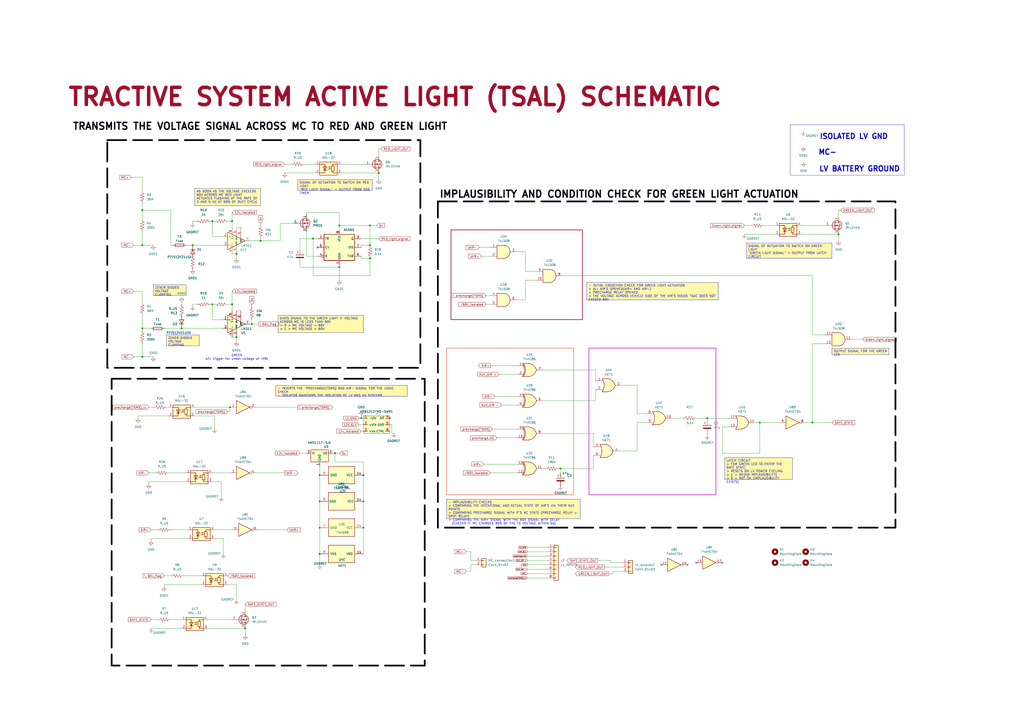
<source format=kicad_sch>
(kicad_sch (version 20231120) (generator "eeschema") (generator_version "8.0")
  (paper "A2")
  (lib_symbols
    (symbol "4xxx:4071" (pin_names (offset 1.016))
      (property "Reference" "U" (at 0 1.27 0))
      (property "Value" "4071" (at 0 -1.27 0))
      (symbol "4071_1_1"
        (pin input line (at -7.62 2.54 0) (length 4.318) (name "~") (number "1"))
        (pin input line (at -7.62 -2.54 0) (length 4.318) (name "~") (number "2"))
        (pin output line (at 7.62 0 180) (length 3.81) (name "~") (number "3"))
      )
      (symbol "4071_1_2"
        (pin input inverted (at -7.62 2.54 0) (length 3.81) (name "~") (number "1"))
        (pin input inverted (at -7.62 -2.54 0) (length 3.81) (name "~") (number "2"))
        (pin output inverted (at 7.62 0 180) (length 3.81) (name "~") (number "3"))
      )
      (symbol "4071_2_1"
        (pin output line (at 7.62 0 180) (length 3.81) (name "~") (number "4"))
        (pin input line (at -7.62 2.54 0) (length 4.318) (name "~") (number "5"))
        (pin input line (at -7.62 -2.54 0) (length 4.318) (name "~") (number "6"))
      )
      (symbol "4071_2_2"
        (pin output inverted (at 7.62 0 180) (length 3.81) (name "~") (number "4"))
        (pin input inverted (at -7.62 2.54 0) (length 3.81) (name "~") (number "5"))
        (pin input inverted (at -7.62 -2.54 0) (length 3.81) (name "~") (number "6"))
      )
      (symbol "4071_3_1"
        (pin output line (at 7.62 0 180) (length 3.81) (name "~") (number "10"))
        (pin input line (at -7.62 2.54 0) (length 4.318) (name "~") (number "8"))
        (pin input line (at -7.62 -2.54 0) (length 4.318) (name "~") (number "9"))
      )
      (symbol "4071_3_2"
        (pin output inverted (at 7.62 0 180) (length 3.81) (name "~") (number "10"))
        (pin input inverted (at -7.62 2.54 0) (length 3.81) (name "~") (number "8"))
        (pin input inverted (at -7.62 -2.54 0) (length 3.81) (name "~") (number "9"))
      )
      (symbol "4071_4_1"
        (pin output line (at 7.62 0 180) (length 3.81) (name "~") (number "11"))
        (pin input line (at -7.62 2.54 0) (length 4.318) (name "~") (number "12"))
        (pin input line (at -7.62 -2.54 0) (length 4.318) (name "~") (number "13"))
      )
      (symbol "4071_4_2"
        (pin output inverted (at 7.62 0 180) (length 3.81) (name "~") (number "11"))
        (pin input inverted (at -7.62 2.54 0) (length 3.81) (name "~") (number "12"))
        (pin input inverted (at -7.62 -2.54 0) (length 3.81) (name "~") (number "13"))
      )
      (symbol "4071_5_0"
        (pin power_in line (at 0 12.7 270) (length 5.08) (name "VDD") (number "14"))
        (pin power_in line (at 0 -12.7 90) (length 5.08) (name "VSS") (number "7"))
      )
    )
    (symbol "74xx:74AHCT04"
      (property "Reference" "U" (at 0 1.27 0))
      (property "Value" "74AHCT04" (at 0 -1.27 0))
      (symbol "74AHCT04_1_0"
        (pin input line (at -7.62 0 0) (length 3.81) (name "~") (number "1"))
        (pin output inverted (at 7.62 0 180) (length 3.81) (name "~") (number "2"))
      )
      (symbol "74AHCT04_2_0"
        (pin input line (at -7.62 0 0) (length 3.81) (name "~") (number "3"))
        (pin output inverted (at 7.62 0 180) (length 3.81) (name "~") (number "4"))
      )
      (symbol "74AHCT04_3_0"
        (pin input line (at -7.62 0 0) (length 3.81) (name "~") (number "5"))
        (pin output inverted (at 7.62 0 180) (length 3.81) (name "~") (number "6"))
      )
      (symbol "74AHCT04_4_0"
        (pin output inverted (at 7.62 0 180) (length 3.81) (name "~") (number "8"))
        (pin input line (at -7.62 0 0) (length 3.81) (name "~") (number "9"))
      )
      (symbol "74AHCT04_5_0"
        (pin output inverted (at 7.62 0 180) (length 3.81) (name "~") (number "10"))
        (pin input line (at -7.62 0 0) (length 3.81) (name "~") (number "11"))
      )
      (symbol "74AHCT04_6_0"
        (pin output inverted (at 7.62 0 180) (length 3.81) (name "~") (number "12"))
        (pin input line (at -7.62 0 0) (length 3.81) (name "~") (number "13"))
      )
      (symbol "74AHCT04_7_0"
        (pin power_in line (at 0 12.7 270) (length 5.08) (name "VCC") (number "14"))
        (pin power_in line (at 0 -12.7 90) (length 5.08) (name "GND") (number "7"))
      )
    )
    (symbol "74xx:74HC86" (pin_names (offset 1.016))
      (property "Reference" "U" (at 0 1.27 0))
      (property "Value" "74HC86" (at 0 -1.27 0))
      (symbol "74HC86_1_0"
        (pin input line (at -7.62 2.54 0) (length 4.445) (name "~") (number "1"))
        (pin input line (at -7.62 -2.54 0) (length 4.445) (name "~") (number "2"))
        (pin output line (at 7.62 0 180) (length 3.81) (name "~") (number "3"))
      )
      (symbol "74HC86_2_0"
        (pin input line (at -7.62 2.54 0) (length 4.445) (name "~") (number "4"))
        (pin input line (at -7.62 -2.54 0) (length 4.445) (name "~") (number "5"))
        (pin output line (at 7.62 0 180) (length 3.81) (name "~") (number "6"))
      )
      (symbol "74HC86_3_0"
        (pin input line (at -7.62 -2.54 0) (length 4.445) (name "~") (number "10"))
        (pin output line (at 7.62 0 180) (length 3.81) (name "~") (number "8"))
        (pin input line (at -7.62 2.54 0) (length 4.445) (name "~") (number "9"))
      )
      (symbol "74HC86_4_0"
        (pin output line (at 7.62 0 180) (length 3.81) (name "~") (number "11"))
        (pin input line (at -7.62 2.54 0) (length 4.445) (name "~") (number "12"))
        (pin input line (at -7.62 -2.54 0) (length 4.445) (name "~") (number "13"))
      )
      (symbol "74HC86_5_0"
        (pin power_in line (at 0 12.7 270) (length 5.08) (name "VCC") (number "14"))
        (pin power_in line (at 0 -12.7 90) (length 5.08) (name "GND") (number "7"))
      )
    )
    (symbol "74xx:74LS08" (pin_names (offset 1.016))
      (property "Reference" "U" (at 0 1.27 0))
      (property "Value" "74LS08" (at 0 -1.27 0))
      (symbol "74LS08_1_1"
        (pin input line (at -7.62 2.54 0) (length 3.81) (name "~") (number "1"))
        (pin input line (at -7.62 -2.54 0) (length 3.81) (name "~") (number "2"))
        (pin output line (at 7.62 0 180) (length 3.81) (name "~") (number "3"))
      )
      (symbol "74LS08_1_2"
        (pin input inverted (at -7.62 2.54 0) (length 4.318) (name "~") (number "1"))
        (pin input inverted (at -7.62 -2.54 0) (length 4.318) (name "~") (number "2"))
        (pin output inverted (at 7.62 0 180) (length 3.81) (name "~") (number "3"))
      )
      (symbol "74LS08_2_1"
        (pin input line (at -7.62 2.54 0) (length 3.81) (name "~") (number "4"))
        (pin input line (at -7.62 -2.54 0) (length 3.81) (name "~") (number "5"))
        (pin output line (at 7.62 0 180) (length 3.81) (name "~") (number "6"))
      )
      (symbol "74LS08_2_2"
        (pin input inverted (at -7.62 2.54 0) (length 4.318) (name "~") (number "4"))
        (pin input inverted (at -7.62 -2.54 0) (length 4.318) (name "~") (number "5"))
        (pin output inverted (at 7.62 0 180) (length 3.81) (name "~") (number "6"))
      )
      (symbol "74LS08_3_1"
        (pin input line (at -7.62 -2.54 0) (length 3.81) (name "~") (number "10"))
        (pin output line (at 7.62 0 180) (length 3.81) (name "~") (number "8"))
        (pin input line (at -7.62 2.54 0) (length 3.81) (name "~") (number "9"))
      )
      (symbol "74LS08_3_2"
        (pin input inverted (at -7.62 -2.54 0) (length 4.318) (name "~") (number "10"))
        (pin output inverted (at 7.62 0 180) (length 3.81) (name "~") (number "8"))
        (pin input inverted (at -7.62 2.54 0) (length 4.318) (name "~") (number "9"))
      )
      (symbol "74LS08_4_1"
        (pin output line (at 7.62 0 180) (length 3.81) (name "~") (number "11"))
        (pin input line (at -7.62 2.54 0) (length 3.81) (name "~") (number "12"))
        (pin input line (at -7.62 -2.54 0) (length 3.81) (name "~") (number "13"))
      )
      (symbol "74LS08_4_2"
        (pin output inverted (at 7.62 0 180) (length 3.81) (name "~") (number "11"))
        (pin input inverted (at -7.62 2.54 0) (length 4.318) (name "~") (number "12"))
        (pin input inverted (at -7.62 -2.54 0) (length 4.318) (name "~") (number "13"))
      )
      (symbol "74LS08_5_0"
        (pin power_in line (at 0 12.7 270) (length 5.08) (name "VCC") (number "14"))
        (pin power_in line (at 0 -12.7 90) (length 5.08) (name "GND") (number "7"))
      )
    )
    (symbol "Comparator:LM311" (pin_names (offset 0.127))
      (property "Reference" "U" (at 3.81 6.35 0))
      (property "Value" "LM311" (at 3.81 3.81 0))
      (symbol "LM311_1_1"
        (pin passive line (at 0 -7.62 90) (length 5.08) (name "GND") (number "1"))
        (pin input line (at -7.62 2.54 0) (length 2.54) (name "+") (number "2"))
        (pin input line (at -7.62 -2.54 0) (length 2.54) (name "-") (number "3"))
        (pin power_in line (at -2.54 -7.62 90) (length 3.81) (name "V-") (number "4"))
        (pin input line (at 0 7.62 270) (length 5.08) (name "BAL") (number "5"))
        (pin input line (at 2.54 7.62 270) (length 6.35) (name "STRB") (number "6"))
        (pin open_collector line (at 7.62 0 180) (length 2.54) (name "~") (number "7"))
        (pin power_in line (at -2.54 7.62 270) (length 3.81) (name "V+") (number "8"))
      )
    )
    (symbol "Connector_Generic:Conn_01x02" (pin_names (offset 1.016) hide)
      (property "Reference" "J" (at 0 2.54 0))
      (property "Value" "Conn_01x02" (at 0 -5.08 0))
      (symbol "Conn_01x02_1_1"
        (pin passive line (at -5.08 0 0) (length 3.81) (name "Pin_1") (number "1"))
        (pin passive line (at -5.08 -2.54 0) (length 3.81) (name "Pin_2") (number "2"))
      )
    )
    (symbol "Connector_Generic:Conn_01x03" (pin_names (offset 1.016) hide)
      (property "Reference" "J" (at 0 5.08 0))
      (property "Value" "Conn_01x03" (at 0 -5.08 0))
      (symbol "Conn_01x03_1_1"
        (pin passive line (at -5.08 2.54 0) (length 3.81) (name "Pin_1") (number "1"))
        (pin passive line (at -5.08 0 0) (length 3.81) (name "Pin_2") (number "2"))
        (pin passive line (at -5.08 -2.54 0) (length 3.81) (name "Pin_3") (number "3"))
      )
    )
    (symbol "Connector_Generic:Conn_01x08" (pin_names (offset 1.016) hide)
      (property "Reference" "J" (at 0 10.16 0))
      (property "Value" "Conn_01x08" (at 0 -12.7 0))
      (symbol "Conn_01x08_1_1"
        (pin passive line (at -5.08 7.62 0) (length 3.81) (name "Pin_1") (number "1"))
        (pin passive line (at -5.08 5.08 0) (length 3.81) (name "Pin_2") (number "2"))
        (pin passive line (at -5.08 2.54 0) (length 3.81) (name "Pin_3") (number "3"))
        (pin passive line (at -5.08 0 0) (length 3.81) (name "Pin_4") (number "4"))
        (pin passive line (at -5.08 -2.54 0) (length 3.81) (name "Pin_5") (number "5"))
        (pin passive line (at -5.08 -5.08 0) (length 3.81) (name "Pin_6") (number "6"))
        (pin passive line (at -5.08 -7.62 0) (length 3.81) (name "Pin_7") (number "7"))
        (pin passive line (at -5.08 -10.16 0) (length 3.81) (name "Pin_8") (number "8"))
      )
    )
    (symbol "Device:C_Polarized" (pin_numbers hide) (pin_names (offset 0.254))
      (property "Reference" "C" (at 0.635 2.54 0))
      (property "Value" "C_Polarized" (at 0.635 -2.54 0))
      (symbol "C_Polarized_1_1"
        (pin passive line (at 0 3.81 270) (length 2.794) (name "~") (number "1"))
        (pin passive line (at 0 -3.81 90) (length 2.794) (name "~") (number "2"))
      )
    )
    (symbol "Device:Fuse" (pin_numbers hide) (pin_names (offset 0))
      (property "Reference" "F" (at 2.032 0 90))
      (property "Value" "Fuse" (at -1.905 0 90))
      (symbol "Fuse_1_1"
        (pin passive line (at 0 3.81 270) (length 1.27) (name "~") (number "1"))
        (pin passive line (at 0 -3.81 90) (length 1.27) (name "~") (number "2"))
      )
    )
    (symbol "Device:R_US" (pin_numbers hide) (pin_names (offset 0))
      (property "Reference" "R" (at 2.54 0 90))
      (property "Value" "R_US" (at -2.54 0 90))
      (symbol "R_US_1_1"
        (pin passive line (at 0 3.81 270) (length 1.27) (name "~") (number "1"))
        (pin passive line (at 0 -3.81 90) (length 1.27) (name "~") (number "2"))
      )
    )
    (symbol "Diode:PTVS12VZ1USK" (pin_numbers hide) (pin_names hide)
      (property "Reference" "D" (at 0 2.54 0))
      (property "Value" "PTVS12VZ1USK" (at 0 -2.54 0))
      (symbol "PTVS12VZ1USK_1_1"
        (pin passive line (at -3.81 0 0) (length 2.54) (name "K") (number "1"))
        (pin passive line (at 3.81 0 180) (length 2.54) (name "A") (number "2"))
      )
    )
    (symbol "ISOLATOR_12-12V:VRB1212YMD-5WR3"
      (property "Reference" "VRB1212YMD-5WR3" (at 1.524 -6.35 0))
      (symbol "VRB1212YMD-5WR3_1_1"
        (pin input line (at -6.35 3.81 0) (length 2.54) (name "-Vin") (number "1"))
        (pin input line (at -6.35 0 0) (length 2.54) (name "+Vin") (number "2"))
        (pin input line (at -6.35 -3.81 0) (length 2.54) (name "+Vo") (number "3"))
        (pin input line (at 8.89 3.81 180) (length 2.54) (name "NP") (number "4"))
        (pin input line (at 8.89 0 180) (length 2.54) (name "GND") (number "5"))
        (pin input line (at 8.89 -3.81 180) (length 2.54) (name "CTRL") (number "6"))
      )
    )
    (symbol "Isolator:NSL-32" (pin_names (offset 0.762) hide)
      (property "Reference" "U" (at 0 5.08 0))
      (property "Value" "NSL-32" (at 0 -5.08 0))
      (symbol "NSL-32_1_1"
        (pin passive line (at -7.62 2.54 0) (length 2.54) (name "A") (number "1"))
        (pin passive line (at -7.62 -2.54 0) (length 2.54) (name "K") (number "2"))
        (pin passive line (at 7.62 -2.54 180) (length 2.54) (name "R") (number "3"))
        (pin passive line (at 7.62 2.54 180) (length 2.54) (name "R") (number "4"))
      )
    )
    (symbol "Mechanical:MountingHole" (pin_names (offset 1.016)) (exclude_from_sim yes) (in_bom no)
      (property "Reference" "H" (at 0 5.08 0))
      (property "Value" "MountingHole" (at 0 3.175 0))
    )
    (symbol "Regulator_Linear:AMS1117-5.0"
      (property "Reference" "U" (at -3.81 3.175 0))
      (property "Value" "AMS1117-5.0" (at 0 3.175 0))
      (symbol "AMS1117-5.0_1_1"
        (pin power_in line (at 0 -7.62 90) (length 2.54) (name "GND") (number "1"))
        (pin power_out line (at 7.62 0 180) (length 2.54) (name "VO") (number "2"))
        (pin power_in line (at -7.62 0 0) (length 2.54) (name "VI") (number "3"))
      )
    )
    (symbol "Simulation_SPICE:PMOS" (pin_numbers hide) (pin_names (offset 0))
      (property "Reference" "Q" (at 5.08 1.27 0))
      (property "Value" "PMOS" (at 5.08 -1.27 0))
      (symbol "PMOS_1_1"
        (pin passive line (at 2.54 5.08 270) (length 2.54) (name "D") (number "1"))
        (pin input line (at -5.08 0 0) (length 2.54) (name "G") (number "2"))
        (pin passive line (at 2.54 -5.08 90) (length 2.54) (name "S") (number "3"))
      )
    )
    (symbol "Timer:NE555P"
      (property "Reference" "U" (at -10.16 8.89 0))
      (property "Value" "NE555P" (at 2.54 8.89 0))
      (symbol "NE555P_0_0"
        (pin power_in line (at 0 -10.16 90) (length 2.54) (name "GND") (number "1"))
        (pin power_in line (at 0 10.16 270) (length 2.54) (name "VCC") (number "8"))
      )
      (symbol "NE555P_1_1"
        (pin input line (at -12.7 5.08 0) (length 3.81) (name "TR") (number "2"))
        (pin output line (at 12.7 5.08 180) (length 3.81) (name "Q") (number "3"))
        (pin input inverted (at -12.7 -5.08 0) (length 3.81) (name "R") (number "4"))
        (pin input line (at -12.7 0 0) (length 3.81) (name "CV") (number "5"))
        (pin input line (at 12.7 -5.08 180) (length 3.81) (name "THR") (number "6"))
        (pin input line (at 12.7 0 180) (length 3.81) (name "DIS") (number "7"))
      )
    )
    (symbol "Transistor_FET:IRLIZ44N" (pin_names hide)
      (property "Reference" "Q" (at 5.08 1.905 0))
      (property "Value" "IRLIZ44N" (at 5.08 0 0))
      (symbol "IRLIZ44N_1_1"
        (pin input line (at -5.08 0 0) (length 2.54) (name "G") (number "1"))
        (pin passive line (at 2.54 5.08 270) (length 2.54) (name "D") (number "2"))
        (pin passive line (at 2.54 -5.08 90) (length 2.54) (name "S") (number "3"))
      )
    )
    (symbol "power:GND" (power) (pin_numbers hide) (pin_names (offset 0) hide)
      (property "Value" "GND" (at 0 -3.81 0))
      (symbol "GND_1_1"
        (pin power_in line (at 0 0 270) (length 0) (name "~") (number "1"))
      )
    )
    (symbol "power:GND1" (power) (pin_numbers hide) (pin_names (offset 0) hide)
      (property "Value" "GND1" (at 0 -3.81 0))
      (symbol "GND1_1_1"
        (pin power_in line (at 0 0 270) (length 0) (name "~") (number "1"))
      )
    )
    (symbol "power:GNDREF" (power) (pin_numbers hide) (pin_names (offset 0) hide)
      (property "Value" "GNDREF" (at 0 -3.81 0))
      (symbol "GNDREF_1_1"
        (pin power_in line (at 0 0 270) (length 0) (name "~") (number "1"))
      )
    )
  )
  (junction (at 325.12 271.78))
  (junction (at 82.55 142.24))
  (junction (at 181.61 138.43))
  (junction (at 134.62 128.27))
  (junction (at 137.16 147.32))
  (junction (at 82.55 190.5))
  (junction (at 185.42 290.83))
  (junction (at 105.41 190.5))
  (junction (at 82.55 207.01))
  (junction (at 82.55 121.92))
  (junction (at 214.63 142.24))
  (junction (at 123.19 176.53))
  (junction (at 210.82 290.83))
  (junction (at 440.69 245.11))
  (junction (at 185.42 321.31))
  (junction (at 146.05 187.96))
  (junction (at 133.35 236.22))
  (junction (at 185.42 275.59))
  (junction (at 486.41 135.89))
  (junction (at 137.16 195.58))
  (junction (at 194.31 262.89))
  (junction (at 410.21 242.57))
  (junction (at 210.82 306.07))
  (junction (at 196.85 154.94))
  (junction (at 214.63 130.81))
  (junction (at 123.19 128.27))
  (junction (at 185.42 306.07))
  (junction (at 471.17 245.11))
  (junction (at 142.24 364.49))
  (junction (at 196.85 130.81))
  (junction (at 214.63 149.86))
  (junction (at 134.62 176.53))
  (junction (at 219.71 100.33))
  (junction (at 151.13 139.7))
  (junction (at 209.55 242.57))
  (junction (at 111.76 142.24))
  (junction (at 210.82 275.59))
  (no_connect (at 419.1 326.39))
  (no_connect (at 383.54 327.66))
  (no_connect (at 226.06 242.57))
  (no_connect (at 398.78 327.66))
  (no_connect (at 403.86 326.39))
  (no_connect (at 184.15 143.51))
  (wire (pts (xy 289.56 217.17) (xy 299.72 217.17)))
  (wire (pts (xy 270.51 320.04) (xy 273.05 320.04)))
  (wire (pts (xy 325.12 271.78) (xy 344.17 271.78)))
  (wire (pts (xy 134.62 128.27) (xy 134.62 132.08)))
  (wire (pts (xy 82.55 207.01) (xy 82.55 199.39)))
  (wire (pts (xy 227.33 251.46) (xy 227.33 246.38)))
  (wire (pts (xy 306.07 327.66) (xy 317.5 327.66)))
  (wire (pts (xy 121.92 128.27) (xy 123.19 128.27)))
  (wire (pts (xy 97.79 274.32) (xy 107.95 274.32)))
  (wire (pts (xy 353.06 332.74) (xy 355.6 332.74)))
  (wire (pts (xy 374.65 245.11) (xy 369.57 245.11)))
  (wire (pts (xy 99.06 142.24) (xy 100.33 142.24)))
  (wire (pts (xy 410.21 242.57) (xy 410.21 243.84)))
  (wire (pts (xy 280.67 269.24) (xy 299.72 269.24)))
  (wire (pts (xy 438.15 245.11) (xy 440.69 245.11)))
  (wire (pts (xy 299.72 146.05) (xy 304.8 146.05)))
  (wire (pts (xy 214.63 149.86) (xy 214.63 160.02)))
  (wire (pts (xy 142.24 350.52) (xy 142.24 354.33)))
  (wire (pts (xy 326.39 160.02) (xy 471.17 160.02)))
  (wire (pts (xy 173.99 138.43) (xy 173.99 144.78)))
  (wire (pts (xy 471.17 199.39) (xy 471.17 245.11)))
  (wire (pts (xy 105.41 176.53) (xy 105.41 175.26)))
  (wire (pts (xy 162.56 139.7) (xy 151.13 139.7)))
  (wire (pts (xy 344.17 271.78) (xy 344.17 264.16)))
  (wire (pts (xy 177.8 124.46) (xy 177.8 123.19)))
  (wire (pts (xy 181.61 160.02) (xy 214.63 160.02)))
  (wire (pts (xy 316.23 271.78) (xy 314.96 271.78)))
  (wire (pts (xy 494.03 196.85) (xy 500.38 196.85)))
  (wire (pts (xy 99.06 142.24) (xy 99.06 121.92)))
  (wire (pts (xy 486.41 121.92) (xy 486.41 125.73)))
  (wire (pts (xy 82.55 190.5) (xy 82.55 191.77)))
  (wire (pts (xy 194.31 267.97) (xy 194.31 262.89)))
  (wire (pts (xy 134.62 359.41) (xy 120.65 359.41)))
  (wire (pts (xy 134.62 123.19) (xy 134.62 128.27)))
  (wire (pts (xy 185.42 306.07) (xy 185.42 321.31)))
  (wire (pts (xy 284.48 212.09) (xy 299.72 212.09)))
  (wire (pts (xy 306.07 330.2) (xy 317.5 330.2)))
  (wire (pts (xy 128.27 279.4) (xy 128.27 288.29)))
  (wire (pts (xy 133.35 238.76) (xy 133.35 236.22)))
  (wire (pts (xy 431.8 135.89) (xy 449.58 135.89)))
  (wire (pts (xy 210.82 275.59) (xy 210.82 290.83)))
  (wire (pts (xy 77.47 207.01) (xy 82.55 207.01)))
  (wire (pts (xy 86.36 279.4) (xy 107.95 279.4)))
  (wire (pts (xy 369.57 240.03) (xy 374.65 240.03)))
  (wire (pts (xy 299.72 173.99) (xy 304.8 173.99)))
  (wire (pts (xy 219.71 86.36) (xy 219.71 90.17)))
  (wire (pts (xy 273.05 320.04) (xy 273.05 325.12)))
  (wire (pts (xy 87.63 312.42) (xy 109.22 312.42)))
  (wire (pts (xy 209.55 250.19) (xy 210.82 250.19)))
  (wire (pts (xy 210.82 267.97) (xy 210.82 275.59)))
  (wire (pts (xy 123.19 279.4) (xy 128.27 279.4)))
  (wire (pts (xy 281.94 176.53) (xy 284.48 176.53)))
  (wire (pts (xy 124.46 176.53) (xy 123.19 176.53)))
  (wire (pts (xy 82.55 121.92) (xy 82.55 127)))
  (wire (pts (xy 464.82 135.89) (xy 486.41 135.89)))
  (wire (pts (xy 410.21 242.57) (xy 422.91 242.57)))
  (wire (pts (xy 431.8 130.81) (xy 435.61 130.81)))
  (wire (pts (xy 184.15 148.59) (xy 177.8 148.59)))
  (wire (pts (xy 345.44 214.63) (xy 345.44 220.98)))
  (wire (pts (xy 196.85 130.81) (xy 214.63 130.81)))
  (wire (pts (xy 144.78 139.7) (xy 151.13 139.7)))
  (wire (pts (xy 209.55 142.24) (xy 209.55 143.51)))
  (wire (pts (xy 355.6 331.47) (xy 360.68 331.47)))
  (wire (pts (xy 273.05 331.47) (xy 273.05 327.66)))
  (wire (pts (xy 151.13 129.54) (xy 151.13 130.81)))
  (wire (pts (xy 214.63 130.81) (xy 214.63 142.24)))
  (wire (pts (xy 209.55 242.57) (xy 210.82 242.57)))
  (wire (pts (xy 80.01 241.3) (xy 97.79 241.3)))
  (wire (pts (xy 209.55 241.3) (xy 209.55 242.57)))
  (wire (pts (xy 304.8 157.48) (xy 311.15 157.48)))
  (wire (pts (xy 105.41 184.15) (xy 105.41 182.88)))
  (wire (pts (xy 124.46 307.34) (xy 134.62 307.34)))
  (wire (pts (xy 210.82 267.97) (xy 194.31 267.97)))
  (wire (pts (xy 478.79 130.81) (xy 464.82 130.81)))
  (wire (pts (xy 176.53 95.25) (xy 182.88 95.25)))
  (wire (pts (xy 369.57 223.52) (xy 369.57 240.03)))
  (wire (pts (xy 325.12 271.78) (xy 325.12 274.32)))
  (wire (pts (xy 306.07 325.12) (xy 317.5 325.12)))
  (wire (pts (xy 99.06 307.34) (xy 109.22 307.34)))
  (wire (pts (xy 284.48 274.32) (xy 299.72 274.32)))
  (wire (pts (xy 354.33 325.12) (xy 346.71 325.12)))
  (wire (pts (xy 134.62 168.91) (xy 134.62 176.53)))
  (wire (pts (xy 173.99 138.43) (xy 181.61 138.43)))
  (wire (pts (xy 185.42 270.51) (xy 185.42 275.59)))
  (wire (pts (xy 95.25 334.01) (xy 99.06 334.01)))
  (wire (pts (xy 185.42 290.83) (xy 185.42 306.07)))
  (wire (pts (xy 76.2 102.87) (xy 82.55 102.87)))
  (wire (pts (xy 354.33 326.39) (xy 360.68 326.39)))
  (wire (pts (xy 134.62 147.32) (xy 137.16 147.32)))
  (wire (pts (xy 350.52 328.93) (xy 360.68 328.93)))
  (wire (pts (xy 467.36 245.11) (xy 471.17 245.11)))
  (wire (pts (xy 107.95 142.24) (xy 111.76 142.24)))
  (wire (pts (xy 123.19 176.53) (xy 123.19 185.42)))
  (wire (pts (xy 369.57 261.62) (xy 359.41 261.62)))
  (wire (pts (xy 77.47 168.91) (xy 82.55 168.91)))
  (wire (pts (xy 82.55 142.24) (xy 82.55 134.62)))
  (wire (pts (xy 137.16 149.86) (xy 137.16 147.32)))
  (wire (pts (xy 124.46 312.42) (xy 129.54 312.42)))
  (wire (pts (xy 196.85 123.19) (xy 196.85 130.81)))
  (wire (pts (xy 219.71 100.33) (xy 219.71 104.14)))
  (wire (pts (xy 355.6 332.74) (xy 355.6 331.47)))
  (wire (pts (xy 144.78 187.96) (xy 146.05 187.96)))
  (wire (pts (xy 471.17 194.31) (xy 478.79 194.31)))
  (wire (pts (xy 95.25 190.5) (xy 105.41 190.5)))
  (wire (pts (xy 306.07 322.58) (xy 317.5 322.58)))
  (wire (pts (xy 113.03 236.22) (xy 133.35 236.22)))
  (wire (pts (xy 196.85 154.94) (xy 196.85 162.56)))
  (wire (pts (xy 210.82 306.07) (xy 210.82 321.31)))
  (wire (pts (xy 214.63 142.24) (xy 209.55 142.24)))
  (wire (pts (xy 132.08 339.09) (xy 137.16 339.09)))
  (wire (pts (xy 227.33 246.38) (xy 226.06 246.38)))
  (wire (pts (xy 273.05 325.12) (xy 275.59 325.12)))
  (wire (pts (xy 82.55 118.11) (xy 82.55 121.92)))
  (wire (pts (xy 82.55 142.24) (xy 88.9 142.24)))
  (wire (pts (xy 306.07 317.5) (xy 317.5 317.5)))
  (wire (pts (xy 146.05 185.42) (xy 146.05 187.96)))
  (wire (pts (xy 443.23 130.81) (xy 449.58 130.81)))
  (wire (pts (xy 281.94 171.45) (xy 284.48 171.45)))
  (wire (pts (xy 134.62 176.53) (xy 134.62 180.34)))
  (wire (pts (xy 165.1 100.33) (xy 182.88 100.33)))
  (wire (pts (xy 129.54 185.42) (xy 123.19 185.42)))
  (wire (pts (xy 181.61 138.43) (xy 184.15 138.43)))
  (wire (pts (xy 304.8 146.05) (xy 304.8 157.48)))
  (wire (pts (xy 287.02 229.87) (xy 299.72 229.87)))
  (wire (pts (xy 88.9 236.22) (xy 86.36 236.22)))
  (wire (pts (xy 82.55 190.5) (xy 87.63 190.5)))
  (wire (pts (xy 323.85 271.78) (xy 325.12 271.78)))
  (wire (pts (xy 132.08 128.27) (xy 134.62 128.27)))
  (wire (pts (xy 185.42 275.59) (xy 185.42 290.83)))
  (wire (pts (xy 137.16 198.12) (xy 137.16 195.58)))
  (wire (pts (xy 82.55 207.01) (xy 88.9 207.01)))
  (wire (pts (xy 87.63 364.49) (xy 105.41 364.49)))
  (wire (pts (xy 369.57 245.11) (xy 369.57 261.62)))
  (wire (pts (xy 306.07 332.74) (xy 317.5 332.74)))
  (wire (pts (xy 471.17 160.02) (xy 471.17 194.31)))
  (wire (pts (xy 86.36 274.32) (xy 90.17 274.32)))
  (wire (pts (xy 403.86 242.57) (xy 410.21 242.57)))
  (wire (pts (xy 304.8 162.56) (xy 311.15 162.56)))
  (wire (pts (xy 96.52 236.22) (xy 97.79 236.22)))
  (wire (pts (xy 132.08 176.53) (xy 134.62 176.53)))
  (wire (pts (xy 82.55 182.88) (xy 82.55 190.5)))
  (wire (pts (xy 208.28 242.57) (xy 209.55 242.57)))
  (wire (pts (xy 198.12 100.33) (xy 219.71 100.33)))
  (wire (pts (xy 344.17 251.46) (xy 344.17 259.08)))
  (wire (pts (xy 121.92 176.53) (xy 123.19 176.53)))
  (wire (pts (xy 440.69 245.11) (xy 452.12 245.11)))
  (wire (pts (xy 132.08 238.76) (xy 133.35 238.76)))
  (wire (pts (xy 173.99 152.4) (xy 173.99 154.94)))
  (wire (pts (xy 151.13 139.7) (xy 151.13 138.43)))
  (wire (pts (xy 82.55 102.87) (xy 82.55 110.49)))
  (wire (pts (xy 419.1 247.65) (xy 422.91 247.65)))
  (wire (pts (xy 487.68 121.92) (xy 486.41 121.92)))
  (wire (pts (xy 471.17 199.39) (xy 478.79 199.39)))
  (wire (pts (xy 194.31 262.89) (xy 193.04 262.89)))
  (wire (pts (xy 111.76 176.53) (xy 114.3 176.53)))
  (wire (pts (xy 146.05 176.53) (xy 146.05 177.8)))
  (wire (pts (xy 99.06 121.92) (xy 82.55 121.92)))
  (wire (pts (xy 360.68 223.52) (xy 369.57 223.52)))
  (wire (pts (xy 134.62 195.58) (xy 137.16 195.58)))
  (wire (pts (xy 220.98 86.36) (xy 219.71 86.36)))
  (wire (pts (xy 87.63 312.42) (xy 87.63 313.69)))
  (wire (pts (xy 209.55 149.86) (xy 214.63 149.86)))
  (wire (pts (xy 162.56 129.54) (xy 170.18 129.54)))
  (wire (pts (xy 471.17 245.11) (xy 482.6 245.11)))
  (wire (pts (xy 273.05 327.66) (xy 275.59 327.66)))
  (wire (pts (xy 314.96 232.41) (xy 345.44 232.41)))
  (wire (pts (xy 177.8 123.19) (xy 196.85 123.19)))
  (wire (pts (xy 314.96 251.46) (xy 344.17 251.46)))
  (wire (pts (xy 486.41 135.89) (xy 486.41 139.7)))
  (wire (pts (xy 124.46 128.27) (xy 123.19 128.27)))
  (wire (pts (xy 149.86 307.34) (xy 166.37 307.34)))
  (wire (pts (xy 185.42 321.31) (xy 185.42 327.66)))
  (wire (pts (xy 142.24 364.49) (xy 142.24 368.3)))
  (wire (pts (xy 146.05 187.96) (xy 149.86 187.96)))
  (wire (pts (xy 209.55 138.43) (xy 219.71 138.43)))
  (wire (pts (xy 306.07 335.28) (xy 317.5 335.28)))
  (wire (pts (xy 177.8 148.59) (xy 177.8 134.62)))
  (wire (pts (xy 162.56 129.54) (xy 162.56 139.7)))
  (wire (pts (xy 87.63 307.34) (xy 91.44 307.34)))
  (wire (pts (xy 95.25 339.09) (xy 116.84 339.09)))
  (wire (pts (xy 354.33 326.39) (xy 354.33 325.12)))
  (wire (pts (xy 123.19 274.32) (xy 133.35 274.32)))
  (wire (pts (xy 123.19 128.27) (xy 123.19 137.16)))
  (wire (pts (xy 137.16 339.09) (xy 137.16 347.98)))
  (wire (pts (xy 306.07 320.04) (xy 317.5 320.04)))
  (wire (pts (xy 196.85 153.67) (xy 196.85 154.94)))
  (wire (pts (xy 196.85 262.89) (xy 194.31 262.89)))
  (wire (pts (xy 99.06 359.41) (xy 105.41 359.41)))
  (wire (pts (xy 208.28 246.38) (xy 210.82 246.38)))
  (wire (pts (xy 106.68 334.01) (xy 116.84 334.01)))
  (wire (pts (xy 304.8 173.99) (xy 304.8 162.56)))
  (wire (pts (xy 137.16 132.08) (xy 139.7 132.08)))
  (wire (pts (xy 288.29 254) (xy 299.72 254)))
  (wire (pts (xy 111.76 128.27) (xy 114.3 128.27)))
  (wire (pts (xy 113.03 241.3) (xy 124.46 241.3)))
  (wire (pts (xy 173.99 154.94) (xy 196.85 154.94)))
  (wire (pts (xy 129.54 312.42) (xy 129.54 321.31)))
  (wire (pts (xy 82.55 168.91) (xy 82.55 175.26)))
  (wire (pts (xy 137.16 180.34) (xy 139.7 180.34)))
  (wire (pts (xy 111.76 128.27) (xy 111.76 129.54)))
  (wire (pts (xy 123.19 137.16) (xy 129.54 137.16)))
  (wire (pts (xy 419.1 247.65) (xy 419.1 262.89)))
  (wire (pts (xy 345.44 232.41) (xy 345.44 226.06)))
  (wire (pts (xy 227.33 251.46) (xy 228.6 251.46)))
  (wire (pts (xy 124.46 241.3) (xy 124.46 248.92)))
  (wire (pts (xy 389.89 242.57) (xy 396.24 242.57)))
  (wire (pts (xy 214.63 130.81) (xy 218.44 130.81)))
  (wire (pts (xy 181.61 138.43) (xy 181.61 160.02)))
  (wire (pts (xy 86.36 279.4) (xy 86.36 280.67)))
  (wire (pts (xy 440.69 262.89) (xy 440.69 245.11)))
  (wire (pts (xy 314.96 214.63) (xy 345.44 214.63)))
  (wire (pts (xy 111.76 142.24) (xy 129.54 142.24)))
  (wire (pts (xy 87.63 359.41) (xy 91.44 359.41)))
  (wire (pts (xy 120.65 364.49) (xy 142.24 364.49)))
  (wire (pts (xy 173.99 262.89) (xy 177.8 262.89)))
  (wire (pts (xy 290.83 234.95) (xy 299.72 234.95)))
  (wire (pts (xy 278.13 143.51) (xy 284.48 143.51)))
  (wire (pts (xy 105.41 190.5) (xy 129.54 190.5)))
  (wire (pts (xy 270.51 331.47) (xy 273.05 331.47)))
  (wire (pts (xy 212.09 95.25) (xy 198.12 95.25)))
  (wire (pts (xy 111.76 148.59) (xy 111.76 149.86)))
  (wire (pts (xy 111.76 176.53) (xy 111.76 177.8)))
  (wire (pts (xy 77.47 142.24) (xy 82.55 142.24)))
  (wire (pts (xy 165.1 95.25) (xy 168.91 95.25)))
  (wire (pts (xy 419.1 262.89) (xy 440.69 262.89)))
  (wire (pts (xy 210.82 290.83) (xy 210.82 306.07)))
  (wire (pts (xy 196.85 130.81) (xy 196.85 133.35)))
  (wire (pts (xy 279.4 148.59) (xy 284.48 148.59)))
  (wire (pts (xy 95.25 339.09) (xy 95.25 340.36)))
  (wire (pts (xy 148.59 236.22) (xy 172.72 236.22)))
  (wire (pts (xy 209.55 149.86) (xy 209.55 148.59)))
  (wire (pts (xy 148.59 274.32) (xy 165.1 274.32)))
  (wire (pts (xy 410.21 251.46) (xy 410.21 252.73)))
  (wire (pts (xy 80.01 241.3) (xy 80.01 242.57)))
  (wire (pts (xy 285.75 248.92) (xy 299.72 248.92)))
  (rectangle (start 254 116.84) (end 519.43 306.07) (stroke (width 1) (type dash) (color 3 1 12 1)))
  (rectangle (start 458.47 72.39) (end 524.51 101.6))
  (rectangle (start 64.77 219.71) (end 246.38 386.08) (stroke (width 1) (type dash) (color 3 1 12 1)))
  (rectangle (start 62.23 81.28) (end 243.84 213.36) (stroke (width 1) (type dash) (color 3 1 12 1)))
  (rectangle (start 259.08 201.93) (end 332.74 287.02) (stroke (width 0.4) (color 238 141 102 1)))
  (rectangle (start 341.63 201.93) (end 415.29 287.02) (stroke (width 0.4) (color 222 47 205 1)))
  (rectangle (start 261.62 133.35) (end 337.82 185.42) (stroke (width 0.4) (color 166 27 72 1)))
  (text_box "- IMPLAUSIBILITY CHECKS\n> COMPARING THE INTENTIONAL AND ACTUAL STATE OF AIR'S VIA THEIR AUX POINTS\n> COMPARING PRECHARGE SIGNAL WITH IT'S NC STATE (PRECHARGE RELAY = SPDT RELAY)\n> COMPARING THE AIR+ SIGNAL WITH THE 60V SIGNAL WITH DELAY\n  (CHECKS IF MC CHARGES 95% OF THE TS VOLTAGE WITHIN 5s)" (at 259.08 289.56 0) (size 77.47 11.43) (fill (type color) (color 255 248 152 0.831372549)) (effects (font (size 1.27 1.27)) (justify left top)))
  (text_box "AS SOON AS THE VOLTAGE EXCEEDS 60V ACROSS MC RED LIGHT ACTUATES FLASHING AT THE RATE OF 2 AND 5 HZ AT 50% OF DUTY CYCLE" (at 113.03 109.22 0) (size 38.1 10.16) (fill (type color) (color 255 248 152 0.83)) (effects (font (size 1.27 1.27)) (justify left top)))
  (text_box "- INVERTS THE \"PRECHARGE(TSMS) AND AIR- SIGNAL FOR THE LOGIC CHECK\n- ISOLATOR MAINTAINS THE ISOLATION OF LV AND HV SYSTEMS" (at 160.02 223.52 0) (size 76.2 6.35) (fill (type color) (color 255 248 152 0.831372549)) (effects (font (size 1.27 1.27)) (justify left top)))
  (text_box "SIGNAL OF ACTUATION TO SWITCH ON GREEN LIGHT \n\"GREEN LIGHT SIGNAL\" = OUTPUT FROM LATCH CIRCUIT" (at 433.07 140.97 0) (size 49.53 8.89) (fill (type color) (color 255 248 152 0.83)) (effects (font (size 1.27 1.27)) (justify left top)))
  (text_box "ZENER DIODES \nVOLTAGE CLAMPING" (at 96.52 194.31 0) (size 19.05 6.35) (fill (type color) (color 255 248 152 0.831372549)) (effects (font (size 1.27 1.27)) (justify left top)))
  (text_box "- INITIAL CONDITION CHECK FOR GREEN LIGHT ACTUATION\n> ALL AIR'S OPENED(AIR+ AND AIR-)\n> PRECHARGE RELAY OPENED\n> THE VOLTAGE ACROSS VEHICLE SIDE OF THE AIR'S INSIDE TSAC DOES NOT EXCEED 60V\n" (at 340.36 163.83 0) (size 76.2 10.16) (fill (type color) (color 255 248 152 0.831372549)) (effects (font (size 1.27 1.27)) (justify left top)))
  (text_box "LATCH CIRCUIT \n> FOR GREEN LED TO ENTER THE SAFE STATE\n> RESETS ON LV POWER CYCLING\n> 1 = OK(NO IMPLAUSIBILITY)\n> 0 = NOT OK (IMPLAUSIBILITY EXISTS)" (at 420.37 265.43 0) (size 39.37 12.7) (fill (type color) (color 255 248 152 0.831372549)) (effects (font (size 1.27 1.27)) (justify left top)))
  (text_box "SIGNAL OF ACTUATION TO SWITCH ON RED LIGHT \n\"RED LIGHT SIGNAL\" = OUTPUT FROM 555 TIMER" (at 172.72 104.14 0) (size 43.18 6.35) (fill (type color) (color 255 248 152 0.83)) (effects (font (size 1.27 1.27)) (justify left top)))
  (text_box "OUTPUT SIGNAL FOR THE GREEN LED" (at 482.6 201.93 0) (size 33.02 3.81) (fill (type color) (color 255 248 152 0.831372549)) (effects (font (size 1.27 1.27)) (justify left top)))
  (text_box "ZENER DIODES \nVOLTAGE CLAMPING" (at 88.9 165.1 0) (size 19.05 6.35) (fill (type color) (color 255 248 152 0.831372549)) (effects (font (size 1.27 1.27)) (justify left top)))
  (text_box "GIVES SIGNAL TO THE GREEN LIGHT IF VOLTAGE ACROSS MC IS LESS THAN 60V \n> 0 = MC VOLTAGE > 60V\n> 1 = MC VOLTAGE < 60V" (at 161.29 182.88 0) (size 49.53 10.16) (fill (type color) (color 255 248 152 0.831372549)) (effects (font (size 1.27 1.27)) (justify left top)))
  (text "MC-" (at 480.06 88.392 0) (effects (font (size 3 3) (thickness 0.6) (bold yes))))
  (text "-HV connector\n-RPSC\n" (at 924.052 821.944 0) (effects (font (size 5 5)) (justify left)))
  (text "AIR+\nAIR-\npre charge\n3xAUX\ngreen light" (at 925.576 786.384 0) (effects (font (size 5 5)) (justify left)))
  (text "ISOLATED LV GND" (at 495.3 79.248 0) (effects (font (size 3 3) (thickness 0.6) (bold yes))))
  (text "GREEN\nwill trigger for under voltage of ~59v\n" (at 137.414 207.264 0) (effects (font (size 1.27 1.27))))
  (text "latching\nDC-DC convertor\noctocoupler\nrelay driving ciruit\nLEDs" (at 1009.65 786.892 0) (effects (font (size 5 5)) (justify left)))
  (text "IMPLAUSIBILITY AND CONDITION CHECK FOR GREEN LIGHT ACTUATION" (at 359.156 112.776 0) (effects (font (size 4 4) (thickness 0.8) (bold yes))))
  (text "TRANSMITS THE VOLTAGE SIGNAL ACROSS MC TO RED AND GREEN LIGHT " (at 152.4 73.406 0) (effects (font (size 4 4) (thickness 0.8) (bold yes))))
  (text "TRACTIVE SYSTEM ACTIVE LIGHT (TSAL) SCHEMATIC" (at 229.108 56.388 0) (effects (font (size 10 10) (bold yes))))
  (text "LV BATTERY GROUND" (at 498.602 98.044 0) (effects (font (size 3 3) (thickness 0.6) (bold yes))))
  (global_label "\\ 60v_flag" (shape output) (at 149.86 187.96 0) (property "Intersheetrefs" "${INTERSHEET_REFS}" (effects (hide yes))))
  (global_label "precharge_NC" (shape input) (at 288.29 254 180) (property "Intersheetrefs" "${INTERSHEET_REFS}" (effects (hide yes))))
  (global_label "12v_isolated" (shape input) (at 173.99 262.89 180) (property "Intersheetrefs" "${INTERSHEET_REFS}" (effects (hide yes))))
  (global_label "\\ 60v_flag" (shape input) (at 95.25 334.01 180) (property "Intersheetrefs" "${INTERSHEET_REFS}" (effects (hide yes))))
  (global_label "precharge(TSMS)_lv" (shape input) (at 306.07 335.28 180) (effects (font (size 0.7 0.7))) (property "Intersheetrefs" "${INTERSHEET_REFS}" (effects (hide yes))))
  (global_label "12v_isolated" (shape input) (at 134.62 168.91 0) (property "Intersheetrefs" "${INTERSHEET_REFS}" (effects (hide yes))))
  (global_label "AIR+" (shape output) (at 306.07 327.66 180) (effects (font (size 0.7 0.7))) (property "Intersheetrefs" "${INTERSHEET_REFS}" (effects (hide yes))))
  (global_label "{slash}60V_isolated" (shape input) (at 281.94 176.53 180) (property "Intersheetrefs" "${INTERSHEET_REFS}" (effects (hide yes))))
  (global_label "MC+" (shape input) (at 76.2 102.87 180) (property "Intersheetrefs" "${INTERSHEET_REFS}" (effects (hide yes))))
  (global_label "MC-" (shape input) (at 77.47 142.24 180) (property "Intersheetrefs" "${INTERSHEET_REFS}" (effects (hide yes))))
  (global_label "\\AIR-" (shape output) (at 165.1 274.32 0) (property "Intersheetrefs" "${INTERSHEET_REFS}" (effects (hide yes))))
  (global_label "\\AIR+" (shape input) (at 279.4 148.59 180) (property "Intersheetrefs" "${INTERSHEET_REFS}" (effects (hide yes))))
  (global_label "LV_GND" (shape input) (at 208.28 242.57 180) (effects (font (size 1.2 1.2))) (property "Intersheetrefs" "${INTERSHEET_REFS}" (effects (hide yes))))
  (global_label "RED_LIGHT_OUT" (shape output) (at 350.52 328.93 180) (property "Intersheetrefs" "${INTERSHEET_REFS}" (effects (hide yes))))
  (global_label "5v" (shape input) (at 146.05 176.53 90) (property "Intersheetrefs" "${INTERSHEET_REFS}" (effects (hide yes))))
  (global_label "{slash}60V_isolated" (shape input) (at 284.48 274.32 180) (property "Intersheetrefs" "${INTERSHEET_REFS}" (effects (hide yes))))
  (global_label "MC-" (shape input) (at 77.47 207.01 180) (property "Intersheetrefs" "${INTERSHEET_REFS}" (effects (hide yes))))
  (global_label "12V_GLV" (shape input) (at 306.07 320.04 180) (effects (font (size 0.7 0.7))) (property "Intersheetrefs" "${INTERSHEET_REFS}" (effects (hide yes))))
  (global_label "MC+" (shape input) (at 270.51 320.04 180) (property "Intersheetrefs" "${INTERSHEET_REFS}" (effects (hide yes))))
  (global_label "AIR+" (shape output) (at 284.48 212.09 180) (property "Intersheetrefs" "${INTERSHEET_REFS}" (effects (hide yes))))
  (global_label "GREEN_LIGHT_OUT" (shape input) (at 487.68 121.92 0) (property "Intersheetrefs" "${INTERSHEET_REFS}" (effects (hide yes))))
  (global_label "precharge(TSMS)_lv" (shape input) (at 86.36 236.22 180) (property "Intersheetrefs" "${INTERSHEET_REFS}" (effects (hide yes))))
  (global_label "5v" (shape input) (at 196.85 262.89 0) (property "Intersheetrefs" "${INTERSHEET_REFS}" (effects (hide yes))))
  (global_label "AUX_AIR +" (shape input) (at 306.07 325.12 180) (effects (font (size 0.7 0.7))) (property "Intersheetrefs" "${INTERSHEET_REFS}" (effects (hide yes))))
  (global_label "AUX_AIR +" (shape input) (at 289.56 217.17 180) (property "Intersheetrefs" "${INTERSHEET_REFS}" (effects (hide yes))))
  (global_label "AUX_AIR -" (shape input) (at 290.83 234.95 180) (property "Intersheetrefs" "${INTERSHEET_REFS}" (effects (hide yes))))
  (global_label "12V_GLV" (shape input) (at 208.28 246.38 180) (effects (font (size 1.2 1.2))) (property "Intersheetrefs" "${INTERSHEET_REFS}" (effects (hide yes))))
  (global_label "AIR+" (shape input) (at 280.67 269.24 180) (property "Intersheetrefs" "${INTERSHEET_REFS}" (effects (hide yes))))
  (global_label "MC+" (shape input) (at 77.47 168.91 180) (property "Intersheetrefs" "${INTERSHEET_REFS}" (effects (hide yes))))
  (global_label "\\ precharge(TSMS)" (shape input) (at 281.94 171.45 180) (property "Intersheetrefs" "${INTERSHEET_REFS}" (effects (hide yes))))
  (global_label "\\AIR-" (shape input) (at 278.13 143.51 180) (property "Intersheetrefs" "${INTERSHEET_REFS}" (effects (hide yes))))
  (global_label "RED_LIGHT_OUT" (shape input) (at 220.98 86.36 0) (property "Intersheetrefs" "${INTERSHEET_REFS}" (effects (hide yes))))
  (global_label "LV_GND" (shape input) (at 306.07 317.5 180) (effects (font (size 0.7 0.7))) (property "Intersheetrefs" "${INTERSHEET_REFS}" (effects (hide yes))))
  (global_label "\\ precharge(TSMS)" (shape output) (at 172.72 236.22 0) (property "Intersheetrefs" "${INTERSHEET_REFS}" (effects (hide yes))))
  (global_label "5v" (shape input) (at 151.13 129.54 90) (property "Intersheetrefs" "${INTERSHEET_REFS}" (effects (hide yes))))
  (global_label "SAFE_STATE_OUT" (shape output) (at 346.71 325.12 180) (property "Intersheetrefs" "${INTERSHEET_REFS}" (effects (hide yes))))
  (global_label "RED_light_signal" (shape input) (at 165.1 95.25 180) (property "Intersheetrefs" "${INTERSHEET_REFS}" (effects (hide yes))))
  (global_label "AUX_AIR -" (shape input) (at 306.07 330.2 180) (effects (font (size 0.7 0.7))) (property "Intersheetrefs" "${INTERSHEET_REFS}" (effects (hide yes))))
  (global_label "{slash}60V_isolated" (shape input) (at 132.08 334.01 0) (property "Intersheetrefs" "${INTERSHEET_REFS}" (effects (hide yes))))
  (global_label "precharge(TSMS)" (shape input) (at 132.08 238.76 180) (property "Intersheetrefs" "${INTERSHEET_REFS}" (effects (hide yes))))
  (global_label "5v" (shape input) (at 218.44 130.81 0) (property "Intersheetrefs" "${INTERSHEET_REFS}" (effects (hide yes))))
  (global_label "Green_light_signal" (shape input) (at 500.38 196.85 0) (property "Intersheetrefs" "${INTERSHEET_REFS}" (effects (hide yes))))
  (global_label "\\AIR+" (shape input) (at 166.37 307.34 0) (property "Intersheetrefs" "${INTERSHEET_REFS}" (effects (hide yes))))
  (global_label "MC-" (shape input) (at 270.51 331.47 180) (property "Intersheetrefs" "${INTERSHEET_REFS}" (effects (hide yes))))
  (global_label "SAFE_STATE" (shape input) (at 482.6 245.11 0) (property "Intersheetrefs" "${INTERSHEET_REFS}" (effects (hide yes))))
  (global_label "precharge_NC" (shape input) (at 306.07 322.58 180) (effects (font (size 0.7 0.7))) (property "Intersheetrefs" "${INTERSHEET_REFS}" (effects (hide yes))))
  (global_label "Green_light_signal" (shape input) (at 431.8 130.81 180) (property "Intersheetrefs" "${INTERSHEET_REFS}" (effects (hide yes))))
  (global_label "SAFE_STATE_OUT" (shape input) (at 142.24 350.52 0) (property "Intersheetrefs" "${INTERSHEET_REFS}" (effects (hide yes))))
  (global_label "AIR-" (shape input) (at 306.07 332.74 180) (effects (font (size 0.7 0.7))) (property "Intersheetrefs" "${INTERSHEET_REFS}" (effects (hide yes))))
  (global_label "AIR+" (shape input) (at 87.63 307.34 180) (property "Intersheetrefs" "${INTERSHEET_REFS}" (effects (hide yes))))
  (global_label "precharge(TSMS)" (shape input) (at 285.75 248.92 180) (property "Intersheetrefs" "${INTERSHEET_REFS}" (effects (hide yes))))
  (global_label "AIR-" (shape input) (at 86.36 274.32 180) (property "Intersheetrefs" "${INTERSHEET_REFS}" (effects (hide yes))))
  (global_label "12v_isolated" (shape input) (at 134.62 123.19 0) (property "Intersheetrefs" "${INTERSHEET_REFS}" (effects (hide yes))))
  (global_label "RED_light_signal" (shape input) (at 219.71 138.43 0) (property "Intersheetrefs" "${INTERSHEET_REFS}" (effects (hide yes))))
  (global_label "GREEN_LIGHT_OUT" (shape output) (at 353.06 332.74 180) (property "Intersheetrefs" "${INTERSHEET_REFS}" (effects (hide yes))))
  (global_label "12v_isolated" (shape input) (at 209.55 250.19 180) (property "Intersheetrefs" "${INTERSHEET_REFS}" (effects (hide yes))))
  (global_label "SAFE_STATE" (shape input) (at 87.63 359.41 180) (property "Intersheetrefs" "${INTERSHEET_REFS}" (effects (hide yes))))
  (global_label "AIR-" (shape input) (at 287.02 229.87 180) (property "Intersheetrefs" "${INTERSHEET_REFS}" (effects (hide yes))))
  (symbol (lib_id "Device:R_US") (at 111.76 152.4 0) (unit 1)
    (property "Reference" "R12" (at 114.808 153.162 0) (effects (justify left)))
    (property "Value" "100" (effects (hide yes)))
    (property "Footprint" "Resistor_THT:R_Axial_DIN0204_L3.6mm_D1.6mm_P5.08mm_Horizontal" (effects (hide yes)))
    (property "Description" "Resistor, US symbol" (effects (hide yes)))
  )
  (symbol (lib_id "4xxx:4071") (at 198.12 321.31 270) (unit 5)
    (property "Reference" "U4" (at 198.374 324.612 90))
    (property "Value" "4071" (at 198.374 328.168 90))
    (property "Footprint" "Package_DIP:DIP-14_W7.62mm_LongPads" (effects (hide yes)))
    (property "Datasheet" "http://www.intersil.com/content/dam/Intersil/documents/cd40/cd4071bms-72bms-75bms.pdf" (effects (hide yes)))
    (property "Description" "Quad Or 2 inputs" (effects (hide yes)))
  )
  (symbol (lib_id "Device:C_Polarized") (at 410.21 247.65 0) (unit 1)
    (property "Reference" "C2" (at 414.02 245.4909 0) (effects (justify left)))
    (property "Value" "47u" (at 414.02 248.0309 0) (effects (justify left)))
    (property "Footprint" "Capacitor_THT:C_Radial_D4.0mm_H7.0mm_P1.50mm" (effects (hide yes)))
    (property "Description" "Polarized capacitor" (effects (hide yes)))
  )
  (symbol (lib_id "Simulation_SPICE:PMOS") (at 175.26 129.54 0) (mirror x) (unit 1)
    (property "Reference" "Q2" (at 181.61 128.27 0) (effects (justify left)))
    (property "Value" "PMOS" (at 181.61 130.81 0) (effects (justify left)))
    (property "Footprint" "Package_TO_SOT_THT:TO-220F-3_Vertical" (effects (hide yes)))
    (property "Datasheet" "https://ngspice.sourceforge.io/docs/ngspice-html-manual/manual.xhtml#cha_MOSFETs" (effects (hide yes)))
    (property "Description" "P-MOSFET transistor, drain/source/gate" (effects (hide yes)))
    (property "Sim.Device" "PMOS" (effects (hide yes)))
    (property "Sim.Type" "VDMOS" (effects (hide yes)))
    (property "Sim.Pins" "1=D 2=G 3=S" (effects (hide yes)))
  )
  (symbol (lib_id "power:GNDREF") (at 466.09 76.2 0) (unit 1)
    (property "Reference" "#PWR030" (effects (hide yes)))
    (property "Value" "GNDREF" (at 471.17 78.74 0))
    (property "Description" "Power symbol creates a global label with name \"GNDREF\" , reference supply ground" (effects (hide yes)))
  )
  (symbol (lib_id "74xx:74LS08") (at 292.1 146.05 0) (unit 1)
    (property "Reference" "U3" (at 292.0917 137.16 0))
    (property "Value" "74LS08" (at 292.0917 139.7 0))
    (property "Footprint" "Package_DIP:DIP-14_W7.62mm_LongPads" (effects (hide yes)))
    (property "Datasheet" "http://www.ti.com/lit/gpn/sn74LS08" (effects (hide yes)))
    (property "Description" "Quad And2" (effects (hide yes)))
  )
  (symbol (lib_id "Transistor_FET:IRLIZ44N") (at 483.87 130.81 0) (unit 1)
    (property "Reference" "Q1" (at 490.22 129.5399 0) (effects (justify left)))
    (property "Value" "IRLIZ44N" (at 490.22 132.0799 0) (effects (justify left)))
    (property "Footprint" "Package_TO_SOT_THT:TO-220F-3_Vertical" (effects (hide yes)))
    (property "Datasheet" "http://www.irf.com/product-info/datasheets/data/irliz44n.pdf" (effects (hide yes)))
    (property "Description" "30A Id, 55V Vds, 22mOhm Rds, N-Channel HEXFET Power MOSFET, TO-220AB" (effects (hide yes)))
  )
  (symbol (lib_id "Connector_Generic:Conn_01x08") (at 322.58 325.12 0) (unit 1)
    (property "Reference" "J2" (at 325.12 325.12 0) (effects (justify left)))
    (property "Value" "LV_INPUTS" (at 325.12 327.66 0) (effects (justify left)))
    (property "Footprint" "Connector_JST:JST_EH_B8B-EH-A_1x08_P2.50mm_Vertical" (effects (hide yes)))
    (property "Description" "Generic connector, single row, 01x08, script generated (kicad-library-utils/schlib/autogen/connector/)" (effects (hide yes)))
  )
  (symbol (lib_id "power:GNDREF") (at 87.63 364.49 0) (unit 1)
    (property "Reference" "#PWR025" (effects (hide yes)))
    (property "Value" "GNDREF" (at 92.71 367.03 0))
    (property "Description" "Power symbol creates a global label with name \"GNDREF\" , reference supply ground" (effects (hide yes)))
  )
  (symbol (lib_id "74xx:74AHCT04") (at 142.24 307.34 0) (unit 3)
    (property "Reference" "U8" (at 142.24 298.45 0))
    (property "Value" "74AHCT04" (at 142.24 300.99 0))
    (property "Footprint" "Package_DIP:DIP-14_W7.62mm_LongPads" (effects (hide yes)))
    (property "Datasheet" "https://assets.nexperia.com/documents/data-sheet/74AHC_AHCT04.pdf" (effects (hide yes)))
    (property "Description" "Hex Inverter" (effects (hide yes)))
  )
  (symbol (lib_id "Device:R_US") (at 400.05 242.57 90) (unit 1)
    (property "Reference" "R27" (at 400.05 236.22 90))
    (property "Value" "5.1k" (at 400.304 245.364 90))
    (property "Footprint" "Resistor_THT:R_Axial_DIN0204_L3.6mm_D1.6mm_P5.08mm_Horizontal" (effects (hide yes)))
    (property "Description" "Resistor, US symbol" (effects (hide yes)))
  )
  (symbol (lib_id "power:GND") (at 466.09 93.98 0) (unit 1)
    (property "Reference" "#PWR029" (effects (hide yes)))
    (property "Value" "GND" (at 466.09 99.06 0))
    (property "Description" "Power symbol creates a global label with name \"GND\" , ground" (effects (hide yes)))
  )
  (symbol (lib_id "74xx:74LS08") (at 292.1 173.99 0) (unit 2)
    (property "Reference" "U3" (at 292.0917 165.1 0))
    (property "Value" "74LS08" (at 292.0917 167.64 0))
    (property "Footprint" "Package_DIP:DIP-14_W7.62mm_LongPads" (effects (hide yes)))
    (property "Datasheet" "http://www.ti.com/lit/gpn/sn74LS08" (effects (hide yes)))
    (property "Description" "Quad And2" (effects (hide yes)))
  )
  (symbol (lib_id "Regulator_Linear:AMS1117-5.0") (at 185.42 262.89 0) (unit 1)
    (property "Reference" "U5" (at 189.23 259.08 0))
    (property "Value" "AMS1117-5.0" (at 185.166 256.794 0))
    (property "Footprint" "converter:mini560" (effects (hide yes)))
    (property "Datasheet" "http://www.advanced-monolithic.com/pdf/ds1117.pdf" (effects (hide yes)))
    (property "Description" "1A Low Dropout regulator, positive, 5.0V fixed output, SOT-223" (effects (hide yes)))
  )
  (symbol (lib_id "power:GND") (at 219.71 104.14 0) (unit 1)
    (property "Reference" "#PWR026" (effects (hide yes)))
    (property "Value" "GND" (at 219.71 109.22 0))
    (property "Description" "Power symbol creates a global label with name \"GND\" , ground" (effects (hide yes)))
  )
  (symbol (lib_id "Diode:PTVS12VZ1USK") (at 111.76 146.05 270) (unit 1)
    (property "Reference" "D1" (at 114.3 144.78 90) (effects (justify left)))
    (property "Value" "PTVS12VZ1USK" (at 97.028 149.098 90) (effects (justify left)))
    (property "Footprint" "Diode_THT:D_A-405_P7.62mm_Horizontal" (effects (hide yes)))
    (property "Datasheet" "https://assets.nexperia.com/documents/data-sheet/PTVS12VZ1USK.pdf" (effects (hide yes)))
    (property "Description" "12V, 1900W TVS unidirectional diode, DSN1608-2" (effects (hide yes)))
  )
  (symbol (lib_id "4xxx:4071") (at 382.27 242.57 0) (unit 3)
    (property "Reference" "U4" (at 382.27 233.68 0))
    (property "Value" "4071" (at 382.27 236.22 0))
    (property "Footprint" "Package_DIP:DIP-14_W7.62mm_LongPads" (effects (hide yes)))
    (property "Datasheet" "http://www.intersil.com/content/dam/Intersil/documents/cd40/cd4071bms-72bms-75bms.pdf" (effects (hide yes)))
    (property "Description" "Quad Or 2 inputs" (effects (hide yes)))
  )
  (symbol (lib_id "Device:R_US") (at 118.11 176.53 270) (mirror x) (unit 1)
    (property "Reference" "R10" (at 118.11 170.18 90))
    (property "Value" "1k" (at 118.11 172.72 90))
    (property "Footprint" "Resistor_THT:R_Axial_DIN0204_L3.6mm_D1.6mm_P5.08mm_Horizontal" (effects (hide yes)))
    (property "Description" "Resistor, US symbol" (effects (hide yes)))
  )
  (symbol (lib_id "Isolator:NSL-32") (at 124.46 336.55 0) (unit 1)
    (property "Reference" "U9" (at 124.46 327.66 0))
    (property "Value" "NSL-32" (at 124.46 330.2 0))
    (property "Footprint" "Package_DIP:DIP-4_W7.62mm_LongPads" (effects (hide yes)))
    (property "Datasheet" "http://lunainc.com/wp-content/uploads/2016/06/NSL-32.pdf" (effects (hide yes)))
    (property "Description" "Optocoupler, LED Input, Photocell Output" (effects (hide yes)))
  )
  (symbol (lib_id "Diode:PTVS12VZ1USK") (at 105.41 186.69 90) (unit 1)
    (property "Reference" "D3" (at 102.87 187.96 90) (effects (justify left)))
    (property "Value" "PTVS12VZ1USK" (at 110.998 193.04 90) (effects (justify left)))
    (property "Footprint" "Diode_THT:D_A-405_P7.62mm_Horizontal" (effects (hide yes)))
    (property "Datasheet" "https://assets.nexperia.com/documents/data-sheet/PTVS12VZ1USK.pdf" (effects (hide yes)))
    (property "Description" "12V, 1900W TVS unidirectional diode, DSN1608-2" (effects (hide yes)))
  )
  (symbol (lib_id "74xx:74HC86") (at 198.12 275.59 270) (mirror x) (unit 5)
    (property "Reference" "U2" (at 198.882 284.988 90))
    (property "Value" "74HC86" (at 198.374 282.448 90))
    (property "Footprint" "Package_DIP:DIP-14_W7.62mm_LongPads" (effects (hide yes)))
    (property "Datasheet" "http://www.ti.com/lit/gpn/sn74HC86" (effects (hide yes)))
    (property "Description" "Quad 2-input XOR" (effects (hide yes)))
  )
  (symbol (lib_id "Device:R_US") (at 102.87 334.01 90) (unit 1)
    (property "Reference" "R6" (at 102.87 327.66 90))
    (property "Value" "R_US" (at 102.87 330.2 90))
    (property "Footprint" "Resistor_THT:R_Axial_DIN0204_L3.6mm_D1.6mm_P5.08mm_Horizontal" (effects (hide yes)))
    (property "Description" "Resistor, US symbol" (effects (hide yes)))
  )
  (symbol (lib_id "Device:R_US") (at 95.25 307.34 90) (unit 1)
    (property "Reference" "R5" (at 95.25 300.99 90))
    (property "Value" "R_US" (at 95.25 303.53 90))
    (property "Footprint" "Resistor_THT:R_Axial_DIN0204_L3.6mm_D1.6mm_P5.08mm_Horizontal" (effects (hide yes)))
    (property "Description" "Resistor, US symbol" (effects (hide yes)))
  )
  (symbol (lib_id "Mechanical:MountingHole") (at 467.36 320.04 0) (unit 1) (exclude_from_sim yes) (in_bom no)
    (property "Reference" "H3" (at 469.9 318.77 0) (effects (justify left)))
    (property "Value" "MountingHole" (at 469.9 321.31 0) (effects (justify left)))
    (property "Footprint" "MountingHole:MountingHole_3mm_Pad_TopBottom" (effects (hide yes)))
    (property "Description" "Mounting Hole without connection" (effects (hide yes)))
  )
  (symbol (lib_id "74xx:74AHCT04") (at 140.97 274.32 0) (unit 2)
    (property "Reference" "U8" (at 140.97 265.43 0))
    (property "Value" "74AHCT04" (at 140.97 267.97 0))
    (property "Footprint" "Package_DIP:DIP-14_W7.62mm_LongPads" (effects (hide yes)))
    (property "Datasheet" "https://assets.nexperia.com/documents/data-sheet/74AHC_AHCT04.pdf" (effects (hide yes)))
    (property "Description" "Hex Inverter" (effects (hide yes)))
  )
  (symbol (lib_id "ISOLATOR_12-12V:VRB1212YMD-5WR3") (at 217.17 246.38 0) (unit 1)
    (property "Reference" "VRB1212YMD-5WR1" (at 218.44 238.76 0))
    (property "Value" "~" (at 218.44 240.03 0))
    (property "Footprint" "isolator1:VRB1212YMD-5WR3" (effects (hide yes)))
  )
  (symbol (lib_id "power:GNDREF") (at 111.76 129.54 0) (mirror y) (unit 1)
    (property "Reference" "#PWR011" (effects (hide yes)))
    (property "Value" "GNDREF" (at 111.76 134.62 0))
    (property "Description" "Power symbol creates a global label with name \"GNDREF\" , reference supply ground" (effects (hide yes)))
  )
  (symbol (lib_id "power:GND1") (at 95.25 340.36 0) (unit 1)
    (property "Reference" "#PWR08" (effects (hide yes)))
    (property "Value" "GND1" (at 95.25 345.44 0))
    (property "Description" "Power symbol creates a global label with name \"GND1\" , ground" (effects (hide yes)))
  )
  (symbol (lib_id "power:GNDREF") (at 129.54 321.31 0) (unit 1)
    (property "Reference" "#PWR07" (effects (hide yes)))
    (property "Value" "GNDREF" (at 124.46 321.056 0))
    (property "Description" "Power symbol creates a global label with name \"GNDREF\" , reference supply ground" (effects (hide yes)))
  )
  (symbol (lib_id "Device:Fuse") (at 104.14 142.24 270) (unit 1)
    (property "Reference" "F3" (at 104.14 137.16 90))
    (property "Value" "Fuse" (at 104.14 139.7 90))
    (property "Footprint" "Fuse:Fuse_0402_1005Metric" (effects (hide yes)))
    (property "Description" "Fuse" (effects (hide yes)))
  )
  (symbol (lib_id "power:GNDREF") (at 128.27 288.29 0) (unit 1)
    (property "Reference" "#PWR018" (effects (hide yes)))
    (property "Value" "GNDREF" (at 123.19 288.036 0))
    (property "Description" "Power symbol creates a global label with name \"GNDREF\" , reference supply ground" (effects (hide yes)))
  )
  (symbol (lib_id "4xxx:4071") (at 430.53 245.11 0) (unit 4)
    (property "Reference" "U4" (at 430.53 236.22 0))
    (property "Value" "4071" (at 430.53 238.76 0))
    (property "Footprint" "Package_DIP:DIP-14_W7.62mm_LongPads" (effects (hide yes)))
    (property "Datasheet" "http://www.intersil.com/content/dam/Intersil/documents/cd40/cd4071bms-72bms-75bms.pdf" (effects (hide yes)))
    (property "Description" "Quad Or 2 inputs" (effects (hide yes)))
  )
  (symbol (lib_id "Device:R_US") (at 105.41 180.34 180) (unit 1)
    (property "Reference" "R13" (at 102.87 181.61 0) (effects (justify left)))
    (property "Value" "R_US" (at 102.87 179.07 0) (effects (justify left)))
    (property "Footprint" "Resistor_THT:R_Axial_DIN0204_L3.6mm_D1.6mm_P5.08mm_Horizontal" (effects (hide yes)))
    (property "Description" "Resistor, US symbol" (effects (hide yes)))
  )
  (symbol (lib_id "Device:R_US") (at 92.71 236.22 90) (unit 1)
    (property "Reference" "R25" (at 92.71 231.14 90))
    (property "Value" "R_US" (at 92.71 233.68 90))
    (property "Footprint" "Resistor_THT:R_Axial_DIN0204_L3.6mm_D1.6mm_P5.08mm_Horizontal" (effects (hide yes)))
    (property "Description" "Resistor, US symbol" (effects (hide yes)))
  )
  (symbol (lib_id "4xxx:4071") (at 351.79 261.62 0) (unit 2)
    (property "Reference" "U4" (at 351.79 252.73 0))
    (property "Value" "4071" (at 351.79 255.27 0))
    (property "Footprint" "Package_DIP:DIP-14_W7.62mm_LongPads" (effects (hide yes)))
    (property "Datasheet" "http://www.intersil.com/content/dam/Intersil/documents/cd40/cd4071bms-72bms-75bms.pdf" (effects (hide yes)))
    (property "Description" "Quad Or 2 inputs" (effects (hide yes)))
  )
  (symbol (lib_id "power:GND1") (at 88.9 207.01 0) (unit 1)
    (property "Reference" "#PWR01" (effects (hide yes)))
    (property "Value" "GND1" (at 89.154 204.724 0))
    (property "Description" "Power symbol creates a global label with name \"GND1\" , ground" (effects (hide yes)))
  )
  (symbol (lib_id "74xx:74LS08") (at 198.12 306.07 270) (unit 5)
    (property "Reference" "U3" (at 198.374 304.038 90))
    (property "Value" "74LS08" (at 198.628 308.864 90))
    (property "Footprint" "Package_DIP:DIP-14_W7.62mm_LongPads" (effects (hide yes)))
    (property "Datasheet" "http://www.ti.com/lit/gpn/sn74LS08" (effects (hide yes)))
    (property "Description" "Quad And2" (effects (hide yes)))
  )
  (symbol (lib_id "power:GND1") (at 88.9 142.24 0) (unit 1)
    (property "Reference" "#PWR027" (effects (hide yes)))
    (property "Value" "GND1" (at 88.9 147.32 0))
    (property "Description" "Power symbol creates a global label with name \"GND1\" , ground" (effects (hide yes)))
  )
  (symbol (lib_id "power:GNDREF") (at 124.46 248.92 0) (unit 1)
    (property "Reference" "#PWR017" (effects (hide yes)))
    (property "Value" "GNDREF" (at 119.38 248.666 0))
    (property "Description" "Power symbol creates a global label with name \"GNDREF\" , reference supply ground" (effects (hide yes)))
  )
  (symbol (lib_id "74xx:74AHCT04") (at 459.74 245.11 0) (unit 4)
    (property "Reference" "U8" (at 459.74 236.22 0))
    (property "Value" "74AHCT04" (at 459.74 238.76 0))
    (property "Footprint" "Package_DIP:DIP-14_W7.62mm_LongPads" (effects (hide yes)))
    (property "Datasheet" "https://assets.nexperia.com/documents/data-sheet/74AHC_AHCT04.pdf" (effects (hide yes)))
    (property "Description" "Hex Inverter" (effects (hide yes)))
  )
  (symbol (lib_id "power:GNDREF") (at 325.12 281.94 0) (unit 1)
    (property "Reference" "#PWR016" (effects (hide yes)))
    (property "Value" "GNDREF" (at 325.374 286.004 0))
    (property "Description" "Power symbol creates a global label with name \"GNDREF\" , reference supply ground" (effects (hide yes)))
  )
  (symbol (lib_id "4xxx:4071") (at 353.06 223.52 0) (unit 1)
    (property "Reference" "U4" (at 353.06 214.63 0))
    (property "Value" "4071" (at 353.06 217.17 0))
    (property "Footprint" "Package_DIP:DIP-14_W7.62mm_LongPads" (effects (hide yes)))
    (property "Datasheet" "http://www.intersil.com/content/dam/Intersil/documents/cd40/cd4071bms-72bms-75bms.pdf" (effects (hide yes)))
    (property "Description" "Quad Or 2 inputs" (effects (hide yes)))
  )
  (symbol (lib_id "Device:R_US") (at 151.13 134.62 0) (mirror x) (unit 1)
    (property "Reference" "R21" (at 153.67 135.8901 0) (effects (justify left)))
    (property "Value" "10k" (at 153.67 133.3501 0) (effects (justify left)))
    (property "Footprint" "Resistor_THT:R_Axial_DIN0204_L3.6mm_D1.6mm_P5.08mm_Horizontal" (effects (hide yes)))
    (property "Description" "Resistor, US symbol" (effects (hide yes)))
  )
  (symbol (lib_id "power:GND") (at 87.63 313.69 0) (unit 1)
    (property "Reference" "#PWR04" (effects (hide yes)))
    (property "Value" "GND" (at 87.63 318.77 0))
    (property "Description" "Power symbol creates a global label with name \"GND\" , ground" (effects (hide yes)))
  )
  (symbol (lib_id "power:GNDREF") (at 111.76 177.8 0) (mirror y) (unit 1)
    (property "Reference" "#PWR03" (effects (hide yes)))
    (property "Value" "GNDREF" (at 111.76 182.88 0))
    (property "Description" "Power symbol creates a global label with name \"GNDREF\" , reference supply ground" (effects (hide yes)))
  )
  (symbol (lib_id "Device:R_US") (at 82.55 130.81 0) (unit 1)
    (property "Reference" "R4" (at 85.09 129.54 0) (effects (justify left)))
    (property "Value" "200k" (at 85.09 132.08 0) (effects (justify left)))
    (property "Footprint" "Resistor_SMD:R_1206_3216Metric" (effects (hide yes)))
    (property "Description" "Resistor, US symbol" (effects (hide yes)))
  )
  (symbol (lib_id "74xx:74AHCT04") (at 391.16 327.66 0) (unit 5)
    (property "Reference" "U8" (at 391.16 318.77 0))
    (property "Value" "74AHCT04" (at 391.16 321.31 0))
    (property "Footprint" "Package_DIP:DIP-14_W7.62mm_LongPads" (effects (hide yes)))
    (property "Datasheet" "https://assets.nexperia.com/documents/data-sheet/74AHC_AHCT04.pdf" (effects (hide yes)))
    (property "Description" "Hex Inverter" (effects (hide yes)))
  )
  (symbol (lib_id "Isolator:NSL-32") (at 457.2 133.35 0) (unit 1)
    (property "Reference" "U6" (at 457.2 124.46 0))
    (property "Value" "NSL-32" (at 457.2 127 0))
    (property "Footprint" "OptoDevice:Luna_NSL-32" (effects (hide yes)))
    (property "Datasheet" "http://lunainc.com/wp-content/uploads/2016/06/NSL-32.pdf" (effects (hide yes)))
    (property "Description" "Optocoupler, LED Input, Photocell Output" (effects (hide yes)))
  )
  (symbol (lib_id "power:GND1") (at 137.16 149.86 0) (unit 1)
    (property "Reference" "#PWR012" (effects (hide yes)))
    (property "Value" "GND1" (at 137.16 154.94 0))
    (property "Description" "Power symbol creates a global label with name \"GND1\" , ground" (effects (hide yes)))
  )
  (symbol (lib_id "Mechanical:MountingHole") (at 449.58 326.39 0) (unit 1) (exclude_from_sim yes) (in_bom no)
    (property "Reference" "H2" (at 452.12 325.12 0) (effects (justify left)))
    (property "Value" "MountingHole" (at 452.12 327.66 0) (effects (justify left)))
    (property "Footprint" "MountingHole:MountingHole_3mm_Pad_TopBottom" (effects (hide yes)))
    (property "Description" "Mounting Hole without connection" (effects (hide yes)))
  )
  (symbol (lib_id "74xx:74HC86") (at 307.34 251.46 0) (unit 3)
    (property "Reference" "U2" (at 307.0352 242.57 0))
    (property "Value" "74HC86" (at 307.0352 245.11 0))
    (property "Footprint" "Package_DIP:DIP-14_W7.62mm_LongPads" (effects (hide yes)))
    (property "Datasheet" "http://www.ti.com/lit/gpn/sn74HC86" (effects (hide yes)))
    (property "Description" "Quad 2-input XOR" (effects (hide yes)))
  )
  (symbol (lib_id "power:GND") (at 86.36 280.67 0) (unit 1)
    (property "Reference" "#PWR022" (effects (hide yes)))
    (property "Value" "GND" (at 86.36 285.75 0))
    (property "Description" "Power symbol creates a global label with name \"GND\" , ground" (effects (hide yes)))
  )
  (symbol (lib_id "power:GND1") (at 105.41 175.26 180) (unit 1)
    (property "Reference" "#PWR010" (effects (hide yes)))
    (property "Value" "GND1" (at 105.41 170.18 0))
    (property "Description" "Power symbol creates a global label with name \"GND1\" , ground" (effects (hide yes)))
  )
  (symbol (lib_id "Device:R_US") (at 320.04 271.78 90) (unit 1)
    (property "Reference" "R11" (at 320.04 265.43 90))
    (property "Value" "180k" (at 320.04 267.97 90))
    (property "Footprint" "Resistor_THT:R_Axial_DIN0204_L3.6mm_D1.6mm_P5.08mm_Horizontal" (effects (hide yes)))
    (property "Description" "Resistor, US symbol" (effects (hide yes)))
  )
  (symbol (lib_id "Device:R_US") (at 128.27 128.27 270) (mirror x) (unit 1)
    (property "Reference" "R20" (at 128.27 121.92 90))
    (property "Value" "36k" (at 128.27 124.46 90))
    (property "Footprint" "Resistor_THT:R_Axial_DIN0204_L3.6mm_D1.6mm_P5.08mm_Horizontal" (effects (hide yes)))
    (property "Description" "Resistor, US symbol" (effects (hide yes)))
  )
  (symbol (lib_id "Device:R_US") (at 128.27 176.53 270) (mirror x) (unit 1)
    (property "Reference" "R9" (at 128.27 170.18 90))
    (property "Value" "36k" (at 128.27 172.72 90))
    (property "Footprint" "Resistor_THT:R_Axial_DIN0204_L3.6mm_D1.6mm_P5.08mm_Horizontal" (effects (hide yes)))
    (property "Description" "Resistor, US symbol" (effects (hide yes)))
  )
  (symbol (lib_id "Connector_Generic:Conn_01x02") (at 280.67 325.12 0) (unit 1)
    (property "Reference" "MC_connection1" (at 283.21 325.12 0) (effects (justify left)))
    (property "Value" "Conn_01x02" (at 283.21 327.66 0) (effects (justify left)))
    (property "Footprint" "Connector_TE-Connectivity:TE_826576-2_1x02_P3.96mm_Vertical" (effects (hide yes)))
    (property "Description" "Generic connector, single row, 01x02, script generated (kicad-library-utils/schlib/autogen/connector/)" (effects (hide yes)))
  )
  (symbol (lib_id "power:GND") (at 142.24 368.3 0) (unit 1)
    (property "Reference" "#PWR028" (effects (hide yes)))
    (property "Value" "GND" (at 142.24 373.38 0))
    (property "Description" "Power symbol creates a global label with name \"GND\" , ground" (effects (hide yes)))
  )
  (symbol (lib_id "Comparator:LM311") (at 137.16 187.96 0) (unit 1)
    (property "Reference" "U1" (at 141.224 193.04 0))
    (property "Value" "LM311" (at 143.002 190.754 0))
    (property "Footprint" "Package_DIP:DIP-8_W7.62mm_LongPads" (effects (hide yes)))
    (property "Datasheet" "https://www.st.com/resource/en/datasheet/lm311.pdf" (effects (hide yes)))
    (property "Description" "Voltage Comparator, DIP-8/SOIC-8" (effects (hide yes)))
  )
  (symbol (lib_id "power:GND") (at 80.01 242.57 0) (unit 1)
    (property "Reference" "#PWR021" (effects (hide yes)))
    (property "Value" "GND" (at 80.01 247.65 0))
    (property "Description" "Power symbol creates a global label with name \"GND\" , ground" (effects (hide yes)))
  )
  (symbol (lib_id "power:GND1") (at 196.85 162.56 0) (unit 1)
    (property "Reference" "#PWR09" (effects (hide yes)))
    (property "Value" "GND1" (at 196.85 167.64 0))
    (property "Description" "Power symbol creates a global label with name \"GND1\" , ground" (effects (hide yes)))
  )
  (symbol (lib_id "Mechanical:MountingHole") (at 467.36 326.39 0) (unit 1) (exclude_from_sim yes) (in_bom no)
    (property "Reference" "H4" (at 469.9 325.12 0) (effects (justify left)))
    (property "Value" "MountingHole" (at 469.9 327.66 0) (effects (justify left)))
    (property "Footprint" "MountingHole:MountingHole_3mm_Pad_TopBottom" (effects (hide yes)))
    (property "Description" "Mounting Hole without connection" (effects (hide yes)))
  )
  (symbol (lib_id "Isolator:NSL-32") (at 190.5 97.79 0) (unit 1)
    (property "Reference" "U18" (at 190.5 88.9 0))
    (property "Value" "NSL-32" (at 190.5 91.44 0))
    (property "Footprint" "OptoDevice:Luna_NSL-32" (effects (hide yes)))
    (property "Datasheet" "http://lunainc.com/wp-content/uploads/2016/06/NSL-32.pdf" (effects (hide yes)))
    (property "Description" "Optocoupler, LED Input, Photocell Output" (effects (hide yes)))
  )
  (symbol (lib_id "74xx:74AHCT04") (at 198.12 290.83 270) (unit 7)
    (property "Reference" "U8" (at 198.12 280.67 90))
    (property "Value" "74AHCT04" (at 198.12 283.21 90))
    (property "Footprint" "Package_DIP:DIP-14_W7.62mm_LongPads" (effects (hide yes)))
    (property "Datasheet" "https://assets.nexperia.com/documents/data-sheet/74AHC_AHCT04.pdf" (effects (hide yes)))
    (property "Description" "Hex Inverter" (effects (hide yes)))
  )
  (symbol (lib_id "Connector_Generic:Conn_01x03") (at 365.76 328.93 0) (unit 1)
    (property "Reference" "LV_outputs1" (at 368.3 327.66 0) (effects (justify left)))
    (property "Value" "Conn_01x03" (at 368.3 330.2 0) (effects (justify left)))
    (property "Footprint" "Connector_JST:JST_NV_B03P-NV_1x03_P5.00mm_Vertical" (effects (hide yes)))
    (property "Description" "Generic connector, single row, 01x03, script generated (kicad-library-utils/schlib/autogen/connector/)" (effects (hide yes)))
  )
  (symbol (lib_id "Device:R_US") (at 82.55 179.07 0) (unit 1)
    (property "Reference" "R1" (at 85.09 177.8 0) (effects (justify left)))
    (property "Value" "36M" (at 85.09 180.34 0) (effects (justify left)))
    (property "Footprint" "Resistor_SMD:R_1206_3216Metric" (effects (hide yes)))
    (property "Description" "Resistor, US symbol" (effects (hide yes)))
  )
  (symbol (lib_id "Device:R_US") (at 146.05 181.61 0) (mirror x) (unit 1)
    (property "Reference" "R8" (at 148.59 182.8801 0) (effects (justify left)))
    (property "Value" "10k" (at 148.59 180.3401 0) (effects (justify left)))
    (property "Footprint" "Resistor_THT:R_Axial_DIN0204_L3.6mm_D1.6mm_P5.08mm_Horizontal" (effects (hide yes)))
    (property "Description" "Resistor, US symbol" (effects (hide yes)))
  )
  (symbol (lib_id "74xx:74LS08") (at 318.77 160.02 0) (unit 3)
    (property "Reference" "U3" (at 318.7617 151.13 0))
    (property "Value" "74LS08" (at 318.7617 153.67 0))
    (property "Footprint" "Package_DIP:DIP-14_W7.62mm_LongPads" (effects (hide yes)))
    (property "Datasheet" "http://www.ti.com/lit/gpn/sn74LS08" (effects (hide yes)))
    (property "Description" "Quad And2" (effects (hide yes)))
  )
  (symbol (lib_id "Timer:NE555P") (at 196.85 143.51 0) (unit 1)
    (property "Reference" "U10" (effects (hide yes)))
    (property "Value" "NE555" (at 199.2528 133.35 0) (effects (justify left)))
    (property "Footprint" "Package_DIP:DIP-8_W7.62mm" (effects (hide yes)))
    (property "Datasheet" "http://www.ti.com/lit/ds/symlink/ne555.pdf" (effects (hide yes)))
    (property "Description" "Precision Timers, 555 compatible,  PDIP-8" (effects (hide yes)))
  )
  (symbol (lib_id "Isolator:NSL-32") (at 116.84 309.88 0) (unit 1)
    (property "Reference" "U7" (at 116.84 300.99 0))
    (property "Value" "NSL-32" (at 116.84 303.53 0))
    (property "Footprint" "Package_DIP:DIP-4_W7.62mm_LongPads" (effects (hide yes)))
    (property "Datasheet" "http://lunainc.com/wp-content/uploads/2016/06/NSL-32.pdf" (effects (hide yes)))
    (property "Description" "Optocoupler, LED Input, Photocell Output" (effects (hide yes)))
  )
  (symbol (lib_id "power:GNDREF") (at 431.8 135.89 0) (unit 1)
    (property "Reference" "#PWR019" (effects (hide yes)))
    (property "Value" "GNDREF" (at 436.88 138.43 0))
    (property "Description" "Power symbol creates a global label with name \"GNDREF\" , reference supply ground" (effects (hide yes)))
  )
  (symbol (lib_id "power:GNDREF") (at 410.21 252.73 0) (unit 1)
    (property "Reference" "#PWR023" (effects (hide yes)))
    (property "Value" "GNDREF" (at 410.464 256.794 0))
    (property "Description" "Power symbol creates a global label with name \"GNDREF\" , reference supply ground" (effects (hide yes)))
  )
  (symbol (lib_id "Transistor_FET:IRLIZ44N") (at 139.7 359.41 0) (unit 1)
    (property "Reference" "Q3" (at 146.05 358.1399 0) (effects (justify left)))
    (property "Value" "IRLIZ44N" (at 146.05 360.6799 0) (effects (justify left)))
    (property "Footprint" "Package_TO_SOT_THT:TO-220F-3_Vertical" (effects (hide yes)))
    (property "Datasheet" "http://www.irf.com/product-info/datasheets/data/irliz44n.pdf" (effects (hide yes)))
    (property "Description" "30A Id, 55V Vds, 22mOhm Rds, N-Channel HEXFET Power MOSFET, TO-220AB" (effects (hide yes)))
  )
  (symbol (lib_id "power:GND") (at 209.55 241.3 180) (unit 1)
    (property "Reference" "#PWR015" (effects (hide yes)))
    (property "Value" "GND" (at 209.55 236.22 0))
    (property "Description" "Power symbol creates a global label with name \"GND\" , ground" (effects (hide yes)))
  )
  (symbol (lib_id "power:GND1") (at 111.76 156.21 0) (unit 1)
    (property "Reference" "#PWR05" (effects (hide yes)))
    (property "Value" "GND1" (at 111.76 161.29 0))
    (property "Description" "Power symbol creates a global label with name \"GND1\" , ground" (effects (hide yes)))
  )
  (symbol (lib_id "Device:C_Polarized") (at 173.99 148.59 0) (unit 1)
    (property "Reference" "C1" (at 170.18 146.4309 0) (effects (justify right)))
    (property "Value" "47u" (at 170.18 148.9709 0) (effects (justify right)))
    (property "Footprint" "Capacitor_THT:C_Radial_D4.0mm_H7.0mm_P1.50mm" (effects (hide yes)))
    (property "Description" "Polarized capacitor" (effects (hide yes)))
  )
  (symbol (lib_id "power:GND1") (at 165.1 100.33 0) (unit 1)
    (property "Reference" "#PWR013" (effects (hide yes)))
    (property "Value" "GND1" (at 165.1 105.41 0))
    (property "Description" "Power symbol creates a global label with name \"GND1\" , ground" (effects (hide yes)))
  )
  (symbol (lib_id "Mechanical:MountingHole") (at 449.58 320.04 0) (unit 1) (exclude_from_sim yes) (in_bom no)
    (property "Reference" "H1" (at 452.12 318.77 0) (effects (justify left)))
    (property "Value" "MountingHole" (at 452.12 321.31 0) (effects (justify left)))
    (property "Footprint" "MountingHole:MountingHole_3mm_Pad_TopBottom" (effects (hide yes)))
    (property "Description" "Mounting Hole without connection" (effects (hide yes)))
  )
  (symbol (lib_id "Isolator:NSL-32") (at 115.57 276.86 0) (unit 1)
    (property "Reference" "U17" (at 115.57 267.97 0))
    (property "Value" "NSL-32" (at 115.57 270.51 0))
    (property "Footprint" "Package_DIP:DIP-4_W7.62mm_LongPads" (effects (hide yes)))
    (property "Datasheet" "http://lunainc.com/wp-content/uploads/2016/06/NSL-32.pdf" (effects (hide yes)))
    (property "Description" "Optocoupler, LED Input, Photocell Output" (effects (hide yes)))
  )
  (symbol (lib_id "Device:R_US") (at 93.98 274.32 90) (unit 1)
    (property "Reference" "R26" (at 93.98 267.97 90))
    (property "Value" "R_US" (at 93.98 270.51 90))
    (property "Footprint" "Resistor_THT:R_Axial_DIN0204_L3.6mm_D1.6mm_P5.08mm_Horizontal" (effects (hide yes)))
    (property "Description" "Resistor, US symbol" (effects (hide yes)))
  )
  (symbol (lib_id "Device:R_US") (at 118.11 128.27 270) (mirror x) (unit 1)
    (property "Reference" "R19" (at 118.11 121.92 90))
    (property "Value" "1k" (at 118.11 124.46 90))
    (property "Footprint" "Resistor_THT:R_Axial_DIN0204_L3.6mm_D1.6mm_P5.08mm_Horizontal" (effects (hide yes)))
    (property "Description" "Resistor, US symbol" (effects (hide yes)))
  )
  (symbol (lib_id "74xx:74HC86") (at 307.34 232.41 0) (unit 2)
    (property "Reference" "U2" (at 307.0352 223.52 0))
    (property "Value" "74HC86" (at 307.0352 226.06 0))
    (property "Footprint" "Package_DIP:DIP-14_W7.62mm_LongPads" (effects (hide yes)))
    (property "Datasheet" "http://www.ti.com/lit/gpn/sn74HC86" (effects (hide yes)))
    (property "Description" "Quad 2-input XOR" (effects (hide yes)))
  )
  (symbol (lib_id "power:GND1") (at 137.16 198.12 0) (unit 1)
    (property "Reference" "#PWR02" (effects (hide yes)))
    (property "Value" "GND1" (at 137.16 203.2 0))
    (property "Description" "Power symbol creates a global label with name \"GND1\" , ground" (effects (hide yes)))
  )
  (symbol (lib_id "Device:R_US") (at 214.63 146.05 0) (unit 1)
    (property "Reference" "R18" (at 217.17 144.7799 0) (effects (justify left)))
    (property "Value" "5.1k" (at 217.17 147.3199 0) (effects (justify left)))
    (property "Footprint" "Resistor_THT:R_Axial_DIN0204_L3.6mm_D1.6mm_P5.08mm_Horizontal" (effects (hide yes)))
    (property "Description" "Resistor, US symbol" (effects (hide yes)))
  )
  (symbol (lib_id "Device:C_Polarized") (at 325.12 278.13 0) (unit 1)
    (property "Reference" "C3" (at 328.93 275.971 0) (effects (justify left)))
    (property "Value" "47u" (at 326.136 274.574 0) (effects (justify left)))
    (property "Footprint" "Capacitor_THT:C_Radial_D4.0mm_H7.0mm_P1.50mm" (effects (hide yes)))
    (property "Description" "Polarized capacitor" (effects (hide yes)))
  )
  (symbol (lib_id "power:GNDREF") (at 185.42 327.66 0) (unit 1)
    (property "Reference" "#PWR06" (effects (hide yes)))
    (property "Value" "GNDREF" (at 185.928 326.898 0))
    (property "Description" "Power symbol creates a global label with name \"GNDREF\" , reference supply ground" (effects (hide yes)))
  )
  (symbol (lib_id "Device:R_US") (at 82.55 195.58 0) (unit 1)
    (property "Reference" "R2" (at 85.09 194.31 0) (effects (justify left)))
    (property "Value" "200k" (at 85.09 196.85 0) (effects (justify left)))
    (property "Footprint" "Resistor_SMD:R_1206_3216Metric" (effects (hide yes)))
    (property "Description" "Resistor, US symbol" (effects (hide yes)))
  )
  (symbol (lib_id "Transistor_FET:IRLIZ44N") (at 217.17 95.25 0) (unit 1)
    (property "Reference" "Q6" (at 223.52 93.9799 0) (effects (justify left)))
    (property "Value" "IRLIZ44N" (at 223.52 96.5199 0) (effects (justify left)))
    (property "Footprint" "Package_TO_SOT_THT:TO-220F-3_Vertical" (effects (hide yes)))
    (property "Datasheet" "http://www.irf.com/product-info/datasheets/data/irliz44n.pdf" (effects (hide yes)))
    (property "Description" "30A Id, 55V Vds, 22mOhm Rds, N-Channel HEXFET Power MOSFET, TO-220AB" (effects (hide yes)))
  )
  (symbol (lib_id "Comparator:LM311") (at 137.16 139.7 0) (unit 1)
    (property "Reference" "U11" (at 141.224 144.78 0))
    (property "Value" "LM311" (at 143.002 142.494 0))
    (property "Footprint" "Package_DIP:DIP-8_W7.62mm_Socket_LongPads" (effects (hide yes)))
    (property "Datasheet" "https://www.st.com/resource/en/datasheet/lm311.pdf" (effects (hide yes)))
    (property "Description" "Voltage Comparator, DIP-8/SOIC-8" (effects (hide yes)))
  )
  (symbol (lib_id "Isolator:NSL-32") (at 105.41 238.76 0) (unit 1)
    (property "Reference" "U16" (at 105.41 229.87 0))
    (property "Value" "NSL-32" (at 105.41 232.41 0))
    (property "Footprint" "Package_DIP:DIP-4_W7.62mm_LongPads" (effects (hide yes)))
    (property "Datasheet" "http://lunainc.com/wp-content/uploads/2016/06/NSL-32.pdf" (effects (hide yes)))
    (property "Description" "Optocoupler, LED Input, Photocell Output" (effects (hide yes)))
  )
  (symbol (lib_id "Device:Fuse") (at 91.44 190.5 270) (unit 1)
    (property "Reference" "F1" (at 91.44 185.42 90))
    (property "Value" "Fuse" (at 91.44 187.96 90))
    (property "Footprint" "Fuse:Fuse_0402_1005Metric" (effects (hide yes)))
    (property "Description" "Fuse" (effects (hide yes)))
  )
  (symbol (lib_id "Device:R_US") (at 172.72 95.25 90) (unit 1)
    (property "Reference" "R29" (at 172.72 88.9 90))
    (property "Value" "R_US" (at 172.72 91.44 90))
    (property "Footprint" "Resistor_THT:R_Axial_DIN0204_L3.6mm_D1.6mm_P5.08mm_Horizontal" (effects (hide yes)))
    (property "Description" "Resistor, US symbol" (effects (hide yes)))
  )
  (symbol (lib_id "power:GND") (at 486.41 139.7 0) (unit 1)
    (property "Reference" "#PWR020" (effects (hide yes)))
    (property "Value" "GND" (at 486.41 144.78 0))
    (property "Description" "Power symbol creates a global label with name \"GND\" , ground" (effects (hide yes)))
  )
  (symbol (lib_id "power:GNDREF") (at 228.6 251.46 0) (unit 1)
    (property "Reference" "#PWR014" (effects (hide yes)))
    (property "Value" "GNDREF" (at 228.346 255.778 0))
    (property "Description" "Power symbol creates a global label with name \"GNDREF\" , reference supply ground" (effects (hide yes)))
  )
  (symbol (lib_id "power:GND1") (at 466.09 85.09 0) (unit 1)
    (property "Reference" "#PWR032" (effects (hide yes)))
    (property "Value" "GND1" (at 466.09 90.17 0))
    (property "Description" "Power symbol creates a global label with name \"GND1\" , ground" (effects (hide yes)))
  )
  (symbol (lib_id "Isolator:NSL-32") (at 113.03 361.95 0) (unit 1)
    (property "Reference" "U12" (at 113.03 353.06 0))
    (property "Value" "NSL-32" (at 113.03 355.6 0))
    (property "Footprint" "OptoDevice:Luna_NSL-32" (effects (hide yes)))
    (property "Datasheet" "http://lunainc.com/wp-content/uploads/2016/06/NSL-32.pdf" (effects (hide yes)))
    (property "Description" "Optocoupler, LED Input, Photocell Output" (effects (hide yes)))
  )
  (symbol (lib_id "Device:R_US") (at 439.42 130.81 90) (unit 1)
    (property "Reference" "R14" (at 439.42 124.46 90))
    (property "Value" "R_US" (at 439.42 127 90))
    (property "Footprint" "Resistor_THT:R_Axial_DIN0204_L3.6mm_D1.6mm_P5.08mm_Horizontal" (effects (hide yes)))
    (property "Description" "Resistor, US symbol" (effects (hide yes)))
  )
  (symbol (lib_id "74xx:74AHCT04") (at 411.48 326.39 0) (unit 6)
    (property "Reference" "U8" (at 411.48 317.5 0))
    (property "Value" "74AHCT04" (at 411.48 320.04 0))
    (property "Footprint" "Package_DIP:DIP-14_W7.62mm_LongPads" (effects (hide yes)))
    (property "Datasheet" "https://assets.nexperia.com/documents/data-sheet/74AHC_AHCT04.pdf" (effects (hide yes)))
    (property "Description" "Hex Inverter" (effects (hide yes)))
  )
  (symbol (lib_id "74xx:74AHCT04") (at 140.97 236.22 0) (unit 1)
    (property "Reference" "U8" (at 140.97 227.33 0))
    (property "Value" "74AHCT04" (at 140.97 229.87 0))
    (property "Footprint" "Package_DIP:DIP-14_W7.62mm_LongPads" (effects (hide yes)))
    (property "Datasheet" "https://assets.nexperia.com/documents/data-sheet/74AHC_AHCT04.pdf" (effects (hide yes)))
    (property "Description" "Hex Inverter" (effects (hide yes)))
  )
  (symbol (lib_id "74xx:74HC86") (at 307.34 214.63 0) (unit 1)
    (property "Reference" "U2" (at 307.0352 205.74 0))
    (property "Value" "74HC86" (at 307.0352 208.28 0))
    (property "Footprint" "Package_DIP:DIP-14_W7.62mm_LongPads" (effects (hide yes)))
    (property "Datasheet" "http://www.ti.com/lit/gpn/sn74HC86" (effects (hide yes)))
    (property "Description" "Quad 2-input XOR" (effects (hide yes)))
  )
  (symbol (lib_id "74xx:74HC86") (at 307.34 271.78 0) (unit 4)
    (property "Reference" "U2" (at 307.0352 262.89 0))
    (property "Value" "74HC86" (at 307.0352 265.43 0))
    (property "Footprint" "Package_DIP:DIP-14_W7.62mm_LongPads" (effects (hide yes)))
    (property "Datasheet" "http://www.ti.com/lit/gpn/sn74HC86" (effects (hide yes)))
    (property "Description" "Quad 2-input XOR" (effects (hide yes)))
  )
  (symbol (lib_id "Device:R_US") (at 95.25 359.41 90) (unit 1)
    (property "Reference" "R7" (at 95.25 353.06 90))
    (property "Value" "R_US" (at 95.25 355.6 90))
    (property "Footprint" "Resistor_THT:R_Axial_DIN0204_L3.6mm_D1.6mm_P5.08mm_Horizontal" (effects (hide yes)))
    (property "Description" "Resistor, US symbol" (effects (hide yes)))
  )
  (symbol (lib_id "74xx:74LS08") (at 486.41 196.85 0) (unit 4)
    (property "Reference" "U3" (at 486.4017 187.96 0))
    (property "Value" "74LS08" (at 486.4017 190.5 0))
    (property "Footprint" "Package_DIP:DIP-14_W7.62mm_LongPads" (effects (hide yes)))
    (property "Datasheet" "http://www.ti.com/lit/gpn/sn74LS08" (effects (hide yes)))
    (property "Description" "Quad And2" (effects (hide yes)))
  )
  (symbol (lib_id "Device:R_US") (at 82.55 114.3 0) (unit 1)
    (property "Reference" "R3" (at 85.09 113.03 0) (effects (justify left)))
    (property "Value" "36M" (at 85.09 115.57 0) (effects (justify left)))
    (property "Footprint" "Resistor_SMD:R_1206_3216Metric" (effects (hide yes)))
    (property "Description" "Resistor, US symbol" (effects (hide yes)))
  )
  (symbol (lib_id "power:GNDREF") (at 137.16 347.98 0) (unit 1)
    (property "Reference" "#PWR024" (effects (hide yes)))
    (property "Value" "GNDREF" (at 132.08 347.726 0))
    (property "Description" "Power symbol creates a global label with name \"GNDREF\" , reference supply ground" (effects (hide yes)))
  )
)
</source>
